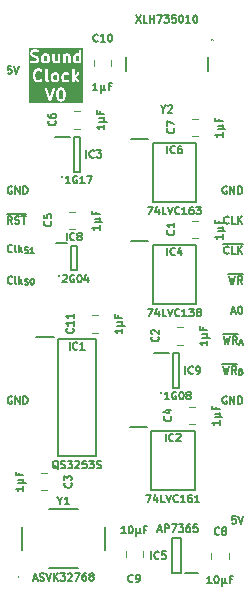
<source format=gto>
%TF.GenerationSoftware,KiCad,Pcbnew,8.0.7*%
%TF.CreationDate,2025-01-03T11:18:39+02:00*%
%TF.ProjectId,Sound Clock,536f756e-6420-4436-9c6f-636b2e6b6963,V0*%
%TF.SameCoordinates,Original*%
%TF.FileFunction,Legend,Top*%
%TF.FilePolarity,Positive*%
%FSLAX46Y46*%
G04 Gerber Fmt 4.6, Leading zero omitted, Abs format (unit mm)*
G04 Created by KiCad (PCBNEW 8.0.7) date 2025-01-03 11:18:39*
%MOMM*%
%LPD*%
G01*
G04 APERTURE LIST*
%ADD10C,0.150000*%
%ADD11C,0.200000*%
%ADD12C,0.100000*%
%ADD13C,0.120000*%
G04 APERTURE END LIST*
D10*
X1822255Y349036D02*
X1519874Y349036D01*
X1519874Y349036D02*
X1489636Y46655D01*
X1489636Y46655D02*
X1519874Y76894D01*
X1519874Y76894D02*
X1580350Y107132D01*
X1580350Y107132D02*
X1731541Y107132D01*
X1731541Y107132D02*
X1792017Y76894D01*
X1792017Y76894D02*
X1822255Y46655D01*
X1822255Y46655D02*
X1852493Y-13820D01*
X1852493Y-13820D02*
X1852493Y-165010D01*
X1852493Y-165010D02*
X1822255Y-225486D01*
X1822255Y-225486D02*
X1792017Y-255725D01*
X1792017Y-255725D02*
X1731541Y-285963D01*
X1731541Y-285963D02*
X1580350Y-285963D01*
X1580350Y-285963D02*
X1519874Y-255725D01*
X1519874Y-255725D02*
X1489636Y-225486D01*
X2033922Y349036D02*
X2245588Y-285963D01*
X2245588Y-285963D02*
X2457255Y349036D01*
X20795839Y-37750963D02*
X20493458Y-37750963D01*
X20493458Y-37750963D02*
X20463220Y-38053344D01*
X20463220Y-38053344D02*
X20493458Y-38023105D01*
X20493458Y-38023105D02*
X20553934Y-37992867D01*
X20553934Y-37992867D02*
X20705125Y-37992867D01*
X20705125Y-37992867D02*
X20765601Y-38023105D01*
X20765601Y-38023105D02*
X20795839Y-38053344D01*
X20795839Y-38053344D02*
X20826077Y-38113820D01*
X20826077Y-38113820D02*
X20826077Y-38265010D01*
X20826077Y-38265010D02*
X20795839Y-38325486D01*
X20795839Y-38325486D02*
X20765601Y-38355725D01*
X20765601Y-38355725D02*
X20705125Y-38385963D01*
X20705125Y-38385963D02*
X20553934Y-38385963D01*
X20553934Y-38385963D02*
X20493458Y-38355725D01*
X20493458Y-38355725D02*
X20463220Y-38325486D01*
X21007506Y-37750963D02*
X21219172Y-38385963D01*
X21219172Y-38385963D02*
X21430839Y-37750963D01*
X19713316Y-25050963D02*
X19864506Y-25685963D01*
X19864506Y-25685963D02*
X19985459Y-25232391D01*
X19985459Y-25232391D02*
X20106411Y-25685963D01*
X20106411Y-25685963D02*
X20257602Y-25050963D01*
X20862363Y-25685963D02*
X20650696Y-25383582D01*
X20499506Y-25685963D02*
X20499506Y-25050963D01*
X20499506Y-25050963D02*
X20741411Y-25050963D01*
X20741411Y-25050963D02*
X20801887Y-25081201D01*
X20801887Y-25081201D02*
X20832125Y-25111439D01*
X20832125Y-25111439D02*
X20862363Y-25171915D01*
X20862363Y-25171915D02*
X20862363Y-25262629D01*
X20862363Y-25262629D02*
X20832125Y-25323105D01*
X20832125Y-25323105D02*
X20801887Y-25353344D01*
X20801887Y-25353344D02*
X20741411Y-25383582D01*
X20741411Y-25383582D02*
X20499506Y-25383582D01*
X19686102Y-24874675D02*
X20919816Y-24874675D01*
X21273601Y-25490020D02*
X21346173Y-25514210D01*
X21346173Y-25514210D02*
X21370363Y-25538401D01*
X21370363Y-25538401D02*
X21394554Y-25586782D01*
X21394554Y-25586782D02*
X21394554Y-25659353D01*
X21394554Y-25659353D02*
X21370363Y-25707734D01*
X21370363Y-25707734D02*
X21346173Y-25731925D01*
X21346173Y-25731925D02*
X21297792Y-25756115D01*
X21297792Y-25756115D02*
X21104268Y-25756115D01*
X21104268Y-25756115D02*
X21104268Y-25248115D01*
X21104268Y-25248115D02*
X21273601Y-25248115D01*
X21273601Y-25248115D02*
X21321982Y-25272305D01*
X21321982Y-25272305D02*
X21346173Y-25296496D01*
X21346173Y-25296496D02*
X21370363Y-25344877D01*
X21370363Y-25344877D02*
X21370363Y-25393258D01*
X21370363Y-25393258D02*
X21346173Y-25441639D01*
X21346173Y-25441639D02*
X21321982Y-25465829D01*
X21321982Y-25465829D02*
X21273601Y-25490020D01*
X21273601Y-25490020D02*
X21104268Y-25490020D01*
X20039887Y-9841201D02*
X19979411Y-9810963D01*
X19979411Y-9810963D02*
X19888697Y-9810963D01*
X19888697Y-9810963D02*
X19797982Y-9841201D01*
X19797982Y-9841201D02*
X19737506Y-9901677D01*
X19737506Y-9901677D02*
X19707268Y-9962153D01*
X19707268Y-9962153D02*
X19677030Y-10083105D01*
X19677030Y-10083105D02*
X19677030Y-10173820D01*
X19677030Y-10173820D02*
X19707268Y-10294772D01*
X19707268Y-10294772D02*
X19737506Y-10355248D01*
X19737506Y-10355248D02*
X19797982Y-10415725D01*
X19797982Y-10415725D02*
X19888697Y-10445963D01*
X19888697Y-10445963D02*
X19949173Y-10445963D01*
X19949173Y-10445963D02*
X20039887Y-10415725D01*
X20039887Y-10415725D02*
X20070125Y-10385486D01*
X20070125Y-10385486D02*
X20070125Y-10173820D01*
X20070125Y-10173820D02*
X19949173Y-10173820D01*
X20342268Y-10445963D02*
X20342268Y-9810963D01*
X20342268Y-9810963D02*
X20705125Y-10445963D01*
X20705125Y-10445963D02*
X20705125Y-9810963D01*
X21007506Y-10445963D02*
X21007506Y-9810963D01*
X21007506Y-9810963D02*
X21158696Y-9810963D01*
X21158696Y-9810963D02*
X21249411Y-9841201D01*
X21249411Y-9841201D02*
X21309887Y-9901677D01*
X21309887Y-9901677D02*
X21340125Y-9962153D01*
X21340125Y-9962153D02*
X21370363Y-10083105D01*
X21370363Y-10083105D02*
X21370363Y-10173820D01*
X21370363Y-10173820D02*
X21340125Y-10294772D01*
X21340125Y-10294772D02*
X21309887Y-10355248D01*
X21309887Y-10355248D02*
X21249411Y-10415725D01*
X21249411Y-10415725D02*
X21158696Y-10445963D01*
X21158696Y-10445963D02*
X21007506Y-10445963D01*
X1852493Y-27621201D02*
X1792017Y-27590963D01*
X1792017Y-27590963D02*
X1701303Y-27590963D01*
X1701303Y-27590963D02*
X1610588Y-27621201D01*
X1610588Y-27621201D02*
X1550112Y-27681677D01*
X1550112Y-27681677D02*
X1519874Y-27742153D01*
X1519874Y-27742153D02*
X1489636Y-27863105D01*
X1489636Y-27863105D02*
X1489636Y-27953820D01*
X1489636Y-27953820D02*
X1519874Y-28074772D01*
X1519874Y-28074772D02*
X1550112Y-28135248D01*
X1550112Y-28135248D02*
X1610588Y-28195725D01*
X1610588Y-28195725D02*
X1701303Y-28225963D01*
X1701303Y-28225963D02*
X1761779Y-28225963D01*
X1761779Y-28225963D02*
X1852493Y-28195725D01*
X1852493Y-28195725D02*
X1882731Y-28165486D01*
X1882731Y-28165486D02*
X1882731Y-27953820D01*
X1882731Y-27953820D02*
X1761779Y-27953820D01*
X2154874Y-28225963D02*
X2154874Y-27590963D01*
X2154874Y-27590963D02*
X2517731Y-28225963D01*
X2517731Y-28225963D02*
X2517731Y-27590963D01*
X2820112Y-28225963D02*
X2820112Y-27590963D01*
X2820112Y-27590963D02*
X2971302Y-27590963D01*
X2971302Y-27590963D02*
X3062017Y-27621201D01*
X3062017Y-27621201D02*
X3122493Y-27681677D01*
X3122493Y-27681677D02*
X3152731Y-27742153D01*
X3152731Y-27742153D02*
X3182969Y-27863105D01*
X3182969Y-27863105D02*
X3182969Y-27953820D01*
X3182969Y-27953820D02*
X3152731Y-28074772D01*
X3152731Y-28074772D02*
X3122493Y-28135248D01*
X3122493Y-28135248D02*
X3062017Y-28195725D01*
X3062017Y-28195725D02*
X2971302Y-28225963D01*
X2971302Y-28225963D02*
X2820112Y-28225963D01*
X1882731Y-18005486D02*
X1852493Y-18035725D01*
X1852493Y-18035725D02*
X1761779Y-18065963D01*
X1761779Y-18065963D02*
X1701303Y-18065963D01*
X1701303Y-18065963D02*
X1610588Y-18035725D01*
X1610588Y-18035725D02*
X1550112Y-17975248D01*
X1550112Y-17975248D02*
X1519874Y-17914772D01*
X1519874Y-17914772D02*
X1489636Y-17793820D01*
X1489636Y-17793820D02*
X1489636Y-17703105D01*
X1489636Y-17703105D02*
X1519874Y-17582153D01*
X1519874Y-17582153D02*
X1550112Y-17521677D01*
X1550112Y-17521677D02*
X1610588Y-17461201D01*
X1610588Y-17461201D02*
X1701303Y-17430963D01*
X1701303Y-17430963D02*
X1761779Y-17430963D01*
X1761779Y-17430963D02*
X1852493Y-17461201D01*
X1852493Y-17461201D02*
X1882731Y-17491439D01*
X2245588Y-18065963D02*
X2185112Y-18035725D01*
X2185112Y-18035725D02*
X2154874Y-17975248D01*
X2154874Y-17975248D02*
X2154874Y-17430963D01*
X2487493Y-18065963D02*
X2487493Y-17430963D01*
X2547969Y-17824058D02*
X2729398Y-18065963D01*
X2729398Y-17642629D02*
X2487493Y-17884534D01*
X2947112Y-18111925D02*
X3019684Y-18136115D01*
X3019684Y-18136115D02*
X3140636Y-18136115D01*
X3140636Y-18136115D02*
X3189017Y-18111925D01*
X3189017Y-18111925D02*
X3213208Y-18087734D01*
X3213208Y-18087734D02*
X3237398Y-18039353D01*
X3237398Y-18039353D02*
X3237398Y-17990972D01*
X3237398Y-17990972D02*
X3213208Y-17942591D01*
X3213208Y-17942591D02*
X3189017Y-17918401D01*
X3189017Y-17918401D02*
X3140636Y-17894210D01*
X3140636Y-17894210D02*
X3043874Y-17870020D01*
X3043874Y-17870020D02*
X2995493Y-17845829D01*
X2995493Y-17845829D02*
X2971303Y-17821639D01*
X2971303Y-17821639D02*
X2947112Y-17773258D01*
X2947112Y-17773258D02*
X2947112Y-17724877D01*
X2947112Y-17724877D02*
X2971303Y-17676496D01*
X2971303Y-17676496D02*
X2995493Y-17652305D01*
X2995493Y-17652305D02*
X3043874Y-17628115D01*
X3043874Y-17628115D02*
X3164827Y-17628115D01*
X3164827Y-17628115D02*
X3237398Y-17652305D01*
X3551875Y-17628115D02*
X3600256Y-17628115D01*
X3600256Y-17628115D02*
X3648637Y-17652305D01*
X3648637Y-17652305D02*
X3672827Y-17676496D01*
X3672827Y-17676496D02*
X3697018Y-17724877D01*
X3697018Y-17724877D02*
X3721208Y-17821639D01*
X3721208Y-17821639D02*
X3721208Y-17942591D01*
X3721208Y-17942591D02*
X3697018Y-18039353D01*
X3697018Y-18039353D02*
X3672827Y-18087734D01*
X3672827Y-18087734D02*
X3648637Y-18111925D01*
X3648637Y-18111925D02*
X3600256Y-18136115D01*
X3600256Y-18136115D02*
X3551875Y-18136115D01*
X3551875Y-18136115D02*
X3503494Y-18111925D01*
X3503494Y-18111925D02*
X3479303Y-18087734D01*
X3479303Y-18087734D02*
X3455113Y-18039353D01*
X3455113Y-18039353D02*
X3430922Y-17942591D01*
X3430922Y-17942591D02*
X3430922Y-17821639D01*
X3430922Y-17821639D02*
X3455113Y-17724877D01*
X3455113Y-17724877D02*
X3479303Y-17676496D01*
X3479303Y-17676496D02*
X3503494Y-17652305D01*
X3503494Y-17652305D02*
X3551875Y-17628115D01*
X1882731Y-12985963D02*
X1671064Y-12683582D01*
X1519874Y-12985963D02*
X1519874Y-12350963D01*
X1519874Y-12350963D02*
X1761779Y-12350963D01*
X1761779Y-12350963D02*
X1822255Y-12381201D01*
X1822255Y-12381201D02*
X1852493Y-12411439D01*
X1852493Y-12411439D02*
X1882731Y-12471915D01*
X1882731Y-12471915D02*
X1882731Y-12562629D01*
X1882731Y-12562629D02*
X1852493Y-12623105D01*
X1852493Y-12623105D02*
X1822255Y-12653344D01*
X1822255Y-12653344D02*
X1761779Y-12683582D01*
X1761779Y-12683582D02*
X1519874Y-12683582D01*
X2124636Y-12955725D02*
X2215350Y-12985963D01*
X2215350Y-12985963D02*
X2366541Y-12985963D01*
X2366541Y-12985963D02*
X2427017Y-12955725D01*
X2427017Y-12955725D02*
X2457255Y-12925486D01*
X2457255Y-12925486D02*
X2487493Y-12865010D01*
X2487493Y-12865010D02*
X2487493Y-12804534D01*
X2487493Y-12804534D02*
X2457255Y-12744058D01*
X2457255Y-12744058D02*
X2427017Y-12713820D01*
X2427017Y-12713820D02*
X2366541Y-12683582D01*
X2366541Y-12683582D02*
X2245588Y-12653344D01*
X2245588Y-12653344D02*
X2185112Y-12623105D01*
X2185112Y-12623105D02*
X2154874Y-12592867D01*
X2154874Y-12592867D02*
X2124636Y-12532391D01*
X2124636Y-12532391D02*
X2124636Y-12471915D01*
X2124636Y-12471915D02*
X2154874Y-12411439D01*
X2154874Y-12411439D02*
X2185112Y-12381201D01*
X2185112Y-12381201D02*
X2245588Y-12350963D01*
X2245588Y-12350963D02*
X2396779Y-12350963D01*
X2396779Y-12350963D02*
X2487493Y-12381201D01*
X2668922Y-12350963D02*
X3031779Y-12350963D01*
X2850350Y-12985963D02*
X2850350Y-12350963D01*
X1432184Y-12174675D02*
X3028756Y-12174675D01*
X20221315Y-15465486D02*
X20191077Y-15495725D01*
X20191077Y-15495725D02*
X20100363Y-15525963D01*
X20100363Y-15525963D02*
X20039887Y-15525963D01*
X20039887Y-15525963D02*
X19949172Y-15495725D01*
X19949172Y-15495725D02*
X19888696Y-15435248D01*
X19888696Y-15435248D02*
X19858458Y-15374772D01*
X19858458Y-15374772D02*
X19828220Y-15253820D01*
X19828220Y-15253820D02*
X19828220Y-15163105D01*
X19828220Y-15163105D02*
X19858458Y-15042153D01*
X19858458Y-15042153D02*
X19888696Y-14981677D01*
X19888696Y-14981677D02*
X19949172Y-14921201D01*
X19949172Y-14921201D02*
X20039887Y-14890963D01*
X20039887Y-14890963D02*
X20100363Y-14890963D01*
X20100363Y-14890963D02*
X20191077Y-14921201D01*
X20191077Y-14921201D02*
X20221315Y-14951439D01*
X20795839Y-15525963D02*
X20493458Y-15525963D01*
X20493458Y-15525963D02*
X20493458Y-14890963D01*
X21007506Y-15525963D02*
X21007506Y-14890963D01*
X21370363Y-15525963D02*
X21098220Y-15163105D01*
X21370363Y-14890963D02*
X21007506Y-15253820D01*
X19770768Y-14714675D02*
X21427816Y-14714675D01*
X19785887Y-22510963D02*
X19937077Y-23145963D01*
X19937077Y-23145963D02*
X20058030Y-22692391D01*
X20058030Y-22692391D02*
X20178982Y-23145963D01*
X20178982Y-23145963D02*
X20330173Y-22510963D01*
X20934934Y-23145963D02*
X20723267Y-22843582D01*
X20572077Y-23145963D02*
X20572077Y-22510963D01*
X20572077Y-22510963D02*
X20813982Y-22510963D01*
X20813982Y-22510963D02*
X20874458Y-22541201D01*
X20874458Y-22541201D02*
X20904696Y-22571439D01*
X20904696Y-22571439D02*
X20934934Y-22631915D01*
X20934934Y-22631915D02*
X20934934Y-22722629D01*
X20934934Y-22722629D02*
X20904696Y-22783105D01*
X20904696Y-22783105D02*
X20874458Y-22813344D01*
X20874458Y-22813344D02*
X20813982Y-22843582D01*
X20813982Y-22843582D02*
X20572077Y-22843582D01*
X19758673Y-22334675D02*
X20992387Y-22334675D01*
X21152648Y-23070972D02*
X21394553Y-23070972D01*
X21104267Y-23216115D02*
X21273601Y-22708115D01*
X21273601Y-22708115D02*
X21442934Y-23216115D01*
X1882731Y-15338486D02*
X1852493Y-15368725D01*
X1852493Y-15368725D02*
X1761779Y-15398963D01*
X1761779Y-15398963D02*
X1701303Y-15398963D01*
X1701303Y-15398963D02*
X1610588Y-15368725D01*
X1610588Y-15368725D02*
X1550112Y-15308248D01*
X1550112Y-15308248D02*
X1519874Y-15247772D01*
X1519874Y-15247772D02*
X1489636Y-15126820D01*
X1489636Y-15126820D02*
X1489636Y-15036105D01*
X1489636Y-15036105D02*
X1519874Y-14915153D01*
X1519874Y-14915153D02*
X1550112Y-14854677D01*
X1550112Y-14854677D02*
X1610588Y-14794201D01*
X1610588Y-14794201D02*
X1701303Y-14763963D01*
X1701303Y-14763963D02*
X1761779Y-14763963D01*
X1761779Y-14763963D02*
X1852493Y-14794201D01*
X1852493Y-14794201D02*
X1882731Y-14824439D01*
X2245588Y-15398963D02*
X2185112Y-15368725D01*
X2185112Y-15368725D02*
X2154874Y-15308248D01*
X2154874Y-15308248D02*
X2154874Y-14763963D01*
X2487493Y-15398963D02*
X2487493Y-14763963D01*
X2547969Y-15157058D02*
X2729398Y-15398963D01*
X2729398Y-14975629D02*
X2487493Y-15217534D01*
X2947112Y-15444925D02*
X3019684Y-15469115D01*
X3019684Y-15469115D02*
X3140636Y-15469115D01*
X3140636Y-15469115D02*
X3189017Y-15444925D01*
X3189017Y-15444925D02*
X3213208Y-15420734D01*
X3213208Y-15420734D02*
X3237398Y-15372353D01*
X3237398Y-15372353D02*
X3237398Y-15323972D01*
X3237398Y-15323972D02*
X3213208Y-15275591D01*
X3213208Y-15275591D02*
X3189017Y-15251401D01*
X3189017Y-15251401D02*
X3140636Y-15227210D01*
X3140636Y-15227210D02*
X3043874Y-15203020D01*
X3043874Y-15203020D02*
X2995493Y-15178829D01*
X2995493Y-15178829D02*
X2971303Y-15154639D01*
X2971303Y-15154639D02*
X2947112Y-15106258D01*
X2947112Y-15106258D02*
X2947112Y-15057877D01*
X2947112Y-15057877D02*
X2971303Y-15009496D01*
X2971303Y-15009496D02*
X2995493Y-14985305D01*
X2995493Y-14985305D02*
X3043874Y-14961115D01*
X3043874Y-14961115D02*
X3164827Y-14961115D01*
X3164827Y-14961115D02*
X3237398Y-14985305D01*
X3721208Y-15469115D02*
X3430922Y-15469115D01*
X3576065Y-15469115D02*
X3576065Y-14961115D01*
X3576065Y-14961115D02*
X3527684Y-15033686D01*
X3527684Y-15033686D02*
X3479303Y-15082067D01*
X3479303Y-15082067D02*
X3430922Y-15106258D01*
X20221315Y-12925486D02*
X20191077Y-12955725D01*
X20191077Y-12955725D02*
X20100363Y-12985963D01*
X20100363Y-12985963D02*
X20039887Y-12985963D01*
X20039887Y-12985963D02*
X19949172Y-12955725D01*
X19949172Y-12955725D02*
X19888696Y-12895248D01*
X19888696Y-12895248D02*
X19858458Y-12834772D01*
X19858458Y-12834772D02*
X19828220Y-12713820D01*
X19828220Y-12713820D02*
X19828220Y-12623105D01*
X19828220Y-12623105D02*
X19858458Y-12502153D01*
X19858458Y-12502153D02*
X19888696Y-12441677D01*
X19888696Y-12441677D02*
X19949172Y-12381201D01*
X19949172Y-12381201D02*
X20039887Y-12350963D01*
X20039887Y-12350963D02*
X20100363Y-12350963D01*
X20100363Y-12350963D02*
X20191077Y-12381201D01*
X20191077Y-12381201D02*
X20221315Y-12411439D01*
X20795839Y-12985963D02*
X20493458Y-12985963D01*
X20493458Y-12985963D02*
X20493458Y-12350963D01*
X21007506Y-12985963D02*
X21007506Y-12350963D01*
X21370363Y-12985963D02*
X21098220Y-12623105D01*
X21370363Y-12350963D02*
X21007506Y-12713820D01*
X20221316Y-17430963D02*
X20372506Y-18065963D01*
X20372506Y-18065963D02*
X20493459Y-17612391D01*
X20493459Y-17612391D02*
X20614411Y-18065963D01*
X20614411Y-18065963D02*
X20765602Y-17430963D01*
X21370363Y-18065963D02*
X21158696Y-17763582D01*
X21007506Y-18065963D02*
X21007506Y-17430963D01*
X21007506Y-17430963D02*
X21249411Y-17430963D01*
X21249411Y-17430963D02*
X21309887Y-17461201D01*
X21309887Y-17461201D02*
X21340125Y-17491439D01*
X21340125Y-17491439D02*
X21370363Y-17551915D01*
X21370363Y-17551915D02*
X21370363Y-17642629D01*
X21370363Y-17642629D02*
X21340125Y-17703105D01*
X21340125Y-17703105D02*
X21309887Y-17733344D01*
X21309887Y-17733344D02*
X21249411Y-17763582D01*
X21249411Y-17763582D02*
X21007506Y-17763582D01*
X20194102Y-17254675D02*
X21427816Y-17254675D01*
D11*
G36*
X6100192Y-1664024D02*
G01*
X6124861Y-1688692D01*
X6160314Y-1759599D01*
X6202285Y-1927480D01*
X6202285Y-2140956D01*
X6160314Y-2308837D01*
X6124861Y-2379743D01*
X6100192Y-2404413D01*
X6040583Y-2434219D01*
X5992559Y-2434219D01*
X5932949Y-2404414D01*
X5908282Y-2379746D01*
X5872827Y-2308837D01*
X5830857Y-2140956D01*
X5830857Y-1927481D01*
X5872827Y-1759599D01*
X5908281Y-1688692D01*
X5932949Y-1664023D01*
X5992559Y-1634219D01*
X6040583Y-1634219D01*
X6100192Y-1664024D01*
G37*
G36*
X5624002Y-387413D02*
G01*
X5648671Y-412081D01*
X5678476Y-471691D01*
X5678476Y-710191D01*
X5648671Y-769799D01*
X5624002Y-794469D01*
X5564393Y-824275D01*
X5468750Y-824275D01*
X5409140Y-794470D01*
X5384473Y-769802D01*
X5354667Y-710190D01*
X5354667Y-471691D01*
X5384472Y-412081D01*
X5409140Y-387412D01*
X5468750Y-357608D01*
X5564393Y-357608D01*
X5624002Y-387413D01*
G37*
G36*
X4814478Y1222529D02*
G01*
X4839147Y1197861D01*
X4868952Y1138252D01*
X4868952Y899752D01*
X4839147Y840142D01*
X4814476Y815471D01*
X4754870Y785668D01*
X4659225Y785668D01*
X4599617Y815472D01*
X4574948Y840142D01*
X4545143Y899752D01*
X4545143Y1138251D01*
X4574948Y1197861D01*
X4599616Y1222530D01*
X4659226Y1252335D01*
X4754869Y1252335D01*
X4814478Y1222529D01*
G37*
G36*
X7535619Y1242912D02*
G01*
X7535619Y795090D01*
X7516775Y785668D01*
X7373511Y785668D01*
X7313903Y815472D01*
X7289234Y840142D01*
X7259429Y899752D01*
X7259429Y1138251D01*
X7289234Y1197861D01*
X7313902Y1222530D01*
X7373512Y1252335D01*
X7516774Y1252335D01*
X7535619Y1242912D01*
G37*
G36*
X7846730Y-2745330D02*
G01*
X3281651Y-2745330D01*
X3281651Y-1546726D01*
X4679261Y-1546726D01*
X4683608Y-1565842D01*
X5016941Y-2565841D01*
X5024932Y-2583742D01*
X5029615Y-2589141D01*
X5032810Y-2595531D01*
X5042281Y-2603746D01*
X5050497Y-2613218D01*
X5056885Y-2616412D01*
X5062286Y-2621096D01*
X5074187Y-2625063D01*
X5085396Y-2630667D01*
X5092520Y-2631173D01*
X5099302Y-2633434D01*
X5111811Y-2632544D01*
X5124316Y-2633434D01*
X5131094Y-2631174D01*
X5138222Y-2630668D01*
X5149438Y-2625059D01*
X5161332Y-2621095D01*
X5166729Y-2616414D01*
X5173121Y-2613218D01*
X5181339Y-2603742D01*
X5190808Y-2595530D01*
X5194001Y-2589143D01*
X5198686Y-2583742D01*
X5206677Y-2565842D01*
X5423567Y-1915171D01*
X5630857Y-1915171D01*
X5630857Y-2153266D01*
X5631192Y-2156668D01*
X5630975Y-2158127D01*
X5632054Y-2165424D01*
X5632778Y-2172775D01*
X5633342Y-2174138D01*
X5633843Y-2177520D01*
X5681462Y-2367995D01*
X5681975Y-2369432D01*
X5682027Y-2370155D01*
X5685135Y-2378279D01*
X5688057Y-2386456D01*
X5688487Y-2387036D01*
X5689033Y-2388463D01*
X5736652Y-2483701D01*
X5741935Y-2492093D01*
X5742947Y-2494537D01*
X5745203Y-2497286D01*
X5747095Y-2500291D01*
X5749089Y-2502020D01*
X5755384Y-2509690D01*
X5803002Y-2557310D01*
X5810670Y-2563603D01*
X5812402Y-2565600D01*
X5815410Y-2567493D01*
X5818156Y-2569747D01*
X5820596Y-2570757D01*
X5828993Y-2576043D01*
X5924230Y-2623662D01*
X5942539Y-2630668D01*
X5946122Y-2630922D01*
X5949443Y-2632298D01*
X5968952Y-2634219D01*
X6064190Y-2634219D01*
X6083699Y-2632298D01*
X6087019Y-2630922D01*
X6090603Y-2630668D01*
X6108911Y-2623662D01*
X6204149Y-2576043D01*
X6212544Y-2570758D01*
X6214986Y-2569747D01*
X6217733Y-2567491D01*
X6220739Y-2565600D01*
X6222469Y-2563605D01*
X6230139Y-2557310D01*
X6277758Y-2509690D01*
X6284050Y-2502023D01*
X6286047Y-2500292D01*
X6287940Y-2497284D01*
X6290195Y-2494537D01*
X6291206Y-2492095D01*
X6296490Y-2483701D01*
X6344109Y-2388464D01*
X6344655Y-2387035D01*
X6345085Y-2386456D01*
X6348006Y-2378279D01*
X6351115Y-2370155D01*
X6351166Y-2369434D01*
X6351680Y-2367996D01*
X6399299Y-2177520D01*
X6399799Y-2174138D01*
X6400364Y-2172775D01*
X6401087Y-2165424D01*
X6402167Y-2158127D01*
X6401949Y-2156668D01*
X6402285Y-2153266D01*
X6402285Y-1915171D01*
X6401949Y-1911768D01*
X6402167Y-1910310D01*
X6401087Y-1903012D01*
X6400364Y-1895662D01*
X6399799Y-1894298D01*
X6399299Y-1890917D01*
X6351680Y-1700441D01*
X6351166Y-1699002D01*
X6351115Y-1698282D01*
X6348006Y-1690157D01*
X6345085Y-1681981D01*
X6344655Y-1681401D01*
X6344109Y-1679973D01*
X6296490Y-1584736D01*
X6291204Y-1576339D01*
X6290194Y-1573899D01*
X6287940Y-1571153D01*
X6286047Y-1568145D01*
X6284049Y-1566412D01*
X6277757Y-1558746D01*
X6230139Y-1511127D01*
X6222468Y-1504832D01*
X6220739Y-1502838D01*
X6217731Y-1500944D01*
X6214985Y-1498691D01*
X6212545Y-1497680D01*
X6204149Y-1492395D01*
X6108911Y-1444776D01*
X6090603Y-1437770D01*
X6087019Y-1437515D01*
X6083699Y-1436140D01*
X6064190Y-1434219D01*
X5968952Y-1434219D01*
X5949443Y-1436140D01*
X5946122Y-1437515D01*
X5942539Y-1437770D01*
X5924230Y-1444776D01*
X5828993Y-1492395D01*
X5820596Y-1497680D01*
X5818156Y-1498691D01*
X5815410Y-1500944D01*
X5812402Y-1502838D01*
X5810669Y-1504835D01*
X5803003Y-1511128D01*
X5755384Y-1558746D01*
X5749089Y-1566416D01*
X5747095Y-1568146D01*
X5745201Y-1571153D01*
X5742948Y-1573900D01*
X5741937Y-1576339D01*
X5736652Y-1584736D01*
X5689033Y-1679974D01*
X5688487Y-1681400D01*
X5688057Y-1681981D01*
X5685135Y-1690157D01*
X5682027Y-1698282D01*
X5681975Y-1699004D01*
X5681462Y-1700442D01*
X5633843Y-1890917D01*
X5633342Y-1894298D01*
X5632778Y-1895662D01*
X5632054Y-1903012D01*
X5630975Y-1910310D01*
X5631192Y-1911768D01*
X5630857Y-1915171D01*
X5423567Y-1915171D01*
X5540010Y-1565842D01*
X5544357Y-1546727D01*
X5541591Y-1507807D01*
X5524141Y-1472908D01*
X5494665Y-1447343D01*
X5457649Y-1435004D01*
X5418729Y-1437771D01*
X5383830Y-1455220D01*
X5358265Y-1484696D01*
X5350274Y-1502597D01*
X5111809Y-2217991D01*
X4873344Y-1502596D01*
X4865353Y-1484696D01*
X4839788Y-1455220D01*
X4804889Y-1437770D01*
X4765969Y-1435004D01*
X4728953Y-1447342D01*
X4699477Y-1472907D01*
X4682027Y-1507806D01*
X4679261Y-1546726D01*
X3281651Y-1546726D01*
X3281651Y-352846D01*
X3630857Y-352846D01*
X3630857Y-495703D01*
X3631192Y-499105D01*
X3630975Y-500564D01*
X3632054Y-507861D01*
X3632778Y-515212D01*
X3633342Y-516575D01*
X3633843Y-519957D01*
X3681462Y-710432D01*
X3681975Y-711869D01*
X3682027Y-712592D01*
X3685135Y-720716D01*
X3688057Y-728893D01*
X3688487Y-729473D01*
X3689033Y-730900D01*
X3736652Y-826138D01*
X3741934Y-834530D01*
X3742947Y-836974D01*
X3745203Y-839723D01*
X3747095Y-842728D01*
X3749089Y-844457D01*
X3755384Y-852127D01*
X3850622Y-947367D01*
X3865775Y-959803D01*
X3869094Y-961178D01*
X3871810Y-963533D01*
X3889710Y-971524D01*
X4032567Y-1019143D01*
X4042239Y-1021342D01*
X4044681Y-1022354D01*
X4048218Y-1022702D01*
X4051682Y-1023490D01*
X4054316Y-1023302D01*
X4064190Y-1024275D01*
X4159428Y-1024275D01*
X4169301Y-1023302D01*
X4171935Y-1023490D01*
X4175398Y-1022702D01*
X4178937Y-1022354D01*
X4181379Y-1021342D01*
X4191051Y-1019143D01*
X4333907Y-971524D01*
X4351808Y-963533D01*
X4354523Y-961178D01*
X4357843Y-959803D01*
X4372996Y-947366D01*
X4420615Y-899746D01*
X4433052Y-884593D01*
X4447983Y-848544D01*
X4447982Y-809526D01*
X4433051Y-773478D01*
X4405460Y-745888D01*
X4369412Y-730957D01*
X4330394Y-730958D01*
X4294346Y-745889D01*
X4279192Y-758326D01*
X4248265Y-789253D01*
X4143201Y-824275D01*
X4080416Y-824275D01*
X3975351Y-789253D01*
X3908281Y-722183D01*
X3872827Y-651274D01*
X3830857Y-483393D01*
X3830857Y-365156D01*
X3872827Y-197274D01*
X3908281Y-126366D01*
X3975350Y-59298D01*
X4080416Y-24276D01*
X4143201Y-24276D01*
X4248267Y-59298D01*
X4279194Y-90225D01*
X4294348Y-102661D01*
X4330396Y-117592D01*
X4369414Y-117592D01*
X4405462Y-102660D01*
X4433052Y-75070D01*
X4447983Y-39021D01*
X4447983Y-3D01*
X4433051Y36045D01*
X4420614Y51198D01*
X4396087Y75724D01*
X4678476Y75724D01*
X4678476Y-781417D01*
X4680397Y-800926D01*
X4681772Y-804246D01*
X4682027Y-807829D01*
X4689033Y-826138D01*
X4736652Y-921377D01*
X4738705Y-924640D01*
X4739219Y-926179D01*
X4740881Y-928095D01*
X4747095Y-937967D01*
X4756566Y-946181D01*
X4764783Y-955656D01*
X4774653Y-961868D01*
X4776571Y-963532D01*
X4778111Y-964045D01*
X4781374Y-966099D01*
X4876611Y-1013718D01*
X4894920Y-1020724D01*
X4933840Y-1023490D01*
X4970856Y-1011151D01*
X5000333Y-985586D01*
X5017782Y-950688D01*
X5020547Y-911768D01*
X5008209Y-874752D01*
X4982644Y-845275D01*
X4966054Y-834832D01*
X4900630Y-802120D01*
X4878476Y-757810D01*
X4878476Y-448084D01*
X5154667Y-448084D01*
X5154667Y-733798D01*
X5156588Y-753307D01*
X5157963Y-756627D01*
X5158218Y-760211D01*
X5165224Y-778519D01*
X5212843Y-873757D01*
X5218126Y-882149D01*
X5219138Y-884593D01*
X5221394Y-887342D01*
X5223286Y-890347D01*
X5225280Y-892076D01*
X5231575Y-899746D01*
X5279193Y-947366D01*
X5286861Y-953659D01*
X5288593Y-955656D01*
X5291601Y-957549D01*
X5294347Y-959803D01*
X5296787Y-960813D01*
X5305184Y-966099D01*
X5400421Y-1013718D01*
X5418730Y-1020724D01*
X5422313Y-1020978D01*
X5425634Y-1022354D01*
X5445143Y-1024275D01*
X5588000Y-1024275D01*
X5607509Y-1022354D01*
X5610829Y-1020978D01*
X5614413Y-1020724D01*
X5632721Y-1013718D01*
X5727959Y-966099D01*
X5736354Y-960814D01*
X5738796Y-959803D01*
X5741543Y-957547D01*
X5744549Y-955656D01*
X5746279Y-953661D01*
X5753949Y-947366D01*
X5801568Y-899746D01*
X5807860Y-892079D01*
X5809857Y-890348D01*
X5811750Y-887340D01*
X5814005Y-884593D01*
X5815016Y-882151D01*
X5820300Y-873757D01*
X5867919Y-778520D01*
X5874925Y-760211D01*
X5875179Y-756627D01*
X5876555Y-753307D01*
X5878476Y-733798D01*
X5878476Y-448084D01*
X6059429Y-448084D01*
X6059429Y-733798D01*
X6061350Y-753307D01*
X6062725Y-756627D01*
X6062980Y-760211D01*
X6069986Y-778519D01*
X6117605Y-873757D01*
X6122888Y-882149D01*
X6123900Y-884593D01*
X6126156Y-887342D01*
X6128048Y-890347D01*
X6130042Y-892076D01*
X6136337Y-899746D01*
X6183955Y-947366D01*
X6191623Y-953659D01*
X6193355Y-955656D01*
X6196363Y-957549D01*
X6199109Y-959803D01*
X6201549Y-960813D01*
X6209946Y-966099D01*
X6305183Y-1013718D01*
X6323492Y-1020724D01*
X6327075Y-1020978D01*
X6330396Y-1022354D01*
X6349905Y-1024275D01*
X6540381Y-1024275D01*
X6559890Y-1022354D01*
X6563210Y-1020978D01*
X6566794Y-1020724D01*
X6585102Y-1013718D01*
X6680340Y-966099D01*
X6696930Y-955656D01*
X6722495Y-926179D01*
X6734833Y-889163D01*
X6732068Y-850243D01*
X6714619Y-815345D01*
X6685142Y-789780D01*
X6648126Y-777441D01*
X6609206Y-780207D01*
X6590897Y-787213D01*
X6516774Y-824275D01*
X6373512Y-824275D01*
X6313902Y-794470D01*
X6289235Y-769802D01*
X6259429Y-710190D01*
X6259429Y-471691D01*
X6289234Y-412081D01*
X6313902Y-387412D01*
X6373512Y-357608D01*
X6516774Y-357608D01*
X6590897Y-394670D01*
X6609206Y-401676D01*
X6648126Y-404442D01*
X6685142Y-392103D01*
X6714619Y-366538D01*
X6732068Y-331640D01*
X6734833Y-292720D01*
X6722495Y-255704D01*
X6696930Y-226227D01*
X6680340Y-215784D01*
X6585102Y-168165D01*
X6566794Y-161159D01*
X6563210Y-160904D01*
X6559890Y-159529D01*
X6540381Y-157608D01*
X6349905Y-157608D01*
X6330396Y-159529D01*
X6327075Y-160904D01*
X6323492Y-161159D01*
X6305183Y-168165D01*
X6209946Y-215784D01*
X6201549Y-221069D01*
X6199109Y-222080D01*
X6196363Y-224333D01*
X6193355Y-226227D01*
X6191622Y-228224D01*
X6183956Y-234517D01*
X6136337Y-282135D01*
X6130042Y-289805D01*
X6128048Y-291535D01*
X6126154Y-294542D01*
X6123901Y-297289D01*
X6122890Y-299728D01*
X6117605Y-308125D01*
X6069986Y-403363D01*
X6062980Y-421671D01*
X6062725Y-425254D01*
X6061350Y-428575D01*
X6059429Y-448084D01*
X5878476Y-448084D01*
X5876555Y-428575D01*
X5875179Y-425254D01*
X5874925Y-421671D01*
X5867919Y-403362D01*
X5820300Y-308125D01*
X5815014Y-299728D01*
X5814004Y-297288D01*
X5811750Y-294542D01*
X5809857Y-291534D01*
X5807859Y-289801D01*
X5801567Y-282135D01*
X5753949Y-234516D01*
X5746278Y-228221D01*
X5744549Y-226227D01*
X5741541Y-224333D01*
X5738795Y-222080D01*
X5736355Y-221069D01*
X5727959Y-215784D01*
X5632721Y-168165D01*
X5614413Y-161159D01*
X5610829Y-160904D01*
X5607509Y-159529D01*
X5588000Y-157608D01*
X5445143Y-157608D01*
X5425634Y-159529D01*
X5422313Y-160904D01*
X5418730Y-161159D01*
X5400421Y-168165D01*
X5305184Y-215784D01*
X5296787Y-221069D01*
X5294347Y-222080D01*
X5291601Y-224333D01*
X5288593Y-226227D01*
X5286860Y-228224D01*
X5279194Y-234517D01*
X5231575Y-282135D01*
X5225280Y-289805D01*
X5223286Y-291535D01*
X5221392Y-294542D01*
X5219139Y-297289D01*
X5218128Y-299728D01*
X5212843Y-308125D01*
X5165224Y-403363D01*
X5158218Y-421671D01*
X5157963Y-425254D01*
X5156588Y-428575D01*
X5154667Y-448084D01*
X4878476Y-448084D01*
X4878476Y75724D01*
X6964191Y75724D01*
X6964191Y-924275D01*
X6966112Y-943784D01*
X6981044Y-979832D01*
X7008634Y-1007422D01*
X7044682Y-1022354D01*
X7083700Y-1022354D01*
X7119748Y-1007422D01*
X7147338Y-979832D01*
X7162270Y-943784D01*
X7164191Y-924275D01*
X7164191Y-716338D01*
X7365143Y-984275D01*
X7378385Y-998730D01*
X7411960Y-1018609D01*
X7450586Y-1024127D01*
X7488383Y-1014444D01*
X7519598Y-991033D01*
X7539477Y-957459D01*
X7544995Y-918833D01*
X7535312Y-881035D01*
X7525143Y-864275D01*
X7291466Y-552705D01*
X7515853Y-328319D01*
X7528290Y-313166D01*
X7543221Y-277117D01*
X7543221Y-238099D01*
X7528290Y-202051D01*
X7500700Y-174461D01*
X7464652Y-159530D01*
X7425634Y-159530D01*
X7389585Y-174461D01*
X7374432Y-186898D01*
X7164191Y-397138D01*
X7164191Y75724D01*
X7162270Y95233D01*
X7147338Y131281D01*
X7119748Y158871D01*
X7083700Y173803D01*
X7044682Y173803D01*
X7008634Y158871D01*
X6981044Y131281D01*
X6966112Y95233D01*
X6964191Y75724D01*
X4878476Y75724D01*
X4876555Y95233D01*
X4861623Y131281D01*
X4834033Y158871D01*
X4797985Y173803D01*
X4758967Y173803D01*
X4722919Y158871D01*
X4695329Y131281D01*
X4680397Y95233D01*
X4678476Y75724D01*
X4396087Y75724D01*
X4372995Y98816D01*
X4357842Y111253D01*
X4354522Y112628D01*
X4351808Y114982D01*
X4333907Y122973D01*
X4191051Y170592D01*
X4181379Y172791D01*
X4178937Y173803D01*
X4175398Y174151D01*
X4171935Y174939D01*
X4169301Y174751D01*
X4159428Y175724D01*
X4064190Y175724D01*
X4054316Y174751D01*
X4051682Y174939D01*
X4048218Y174151D01*
X4044681Y173803D01*
X4042239Y172791D01*
X4032567Y170592D01*
X3889710Y122973D01*
X3871810Y114982D01*
X3869094Y112626D01*
X3865776Y111252D01*
X3850623Y98816D01*
X3755385Y3579D01*
X3749089Y-4090D01*
X3747095Y-5821D01*
X3745203Y-8826D01*
X3742948Y-11574D01*
X3741936Y-14015D01*
X3736652Y-22411D01*
X3689033Y-117649D01*
X3688487Y-119075D01*
X3688057Y-119656D01*
X3685135Y-127832D01*
X3682027Y-135957D01*
X3681975Y-136679D01*
X3681462Y-138117D01*
X3633843Y-328592D01*
X3633342Y-331973D01*
X3632778Y-333337D01*
X3632054Y-340687D01*
X3630975Y-347985D01*
X3631192Y-349443D01*
X3630857Y-352846D01*
X3281651Y-352846D01*
X3281651Y1495192D01*
X3392762Y1495192D01*
X3392762Y1399954D01*
X3394683Y1380445D01*
X3396058Y1377124D01*
X3396313Y1373541D01*
X3403319Y1355233D01*
X3450938Y1259995D01*
X3456223Y1251598D01*
X3457234Y1249159D01*
X3459487Y1246412D01*
X3461381Y1243405D01*
X3463375Y1241675D01*
X3469670Y1234005D01*
X3517289Y1186387D01*
X3524955Y1180094D01*
X3526688Y1178097D01*
X3529696Y1176203D01*
X3532442Y1173950D01*
X3534882Y1172939D01*
X3543279Y1167654D01*
X3638516Y1120035D01*
X3639944Y1119488D01*
X3640524Y1119059D01*
X3648700Y1116137D01*
X3656825Y1113029D01*
X3657545Y1112977D01*
X3658984Y1112464D01*
X3838809Y1067507D01*
X3909716Y1032053D01*
X3934385Y1007385D01*
X3964190Y947776D01*
X3964190Y899752D01*
X3934385Y840142D01*
X3909714Y815471D01*
X3850108Y785668D01*
X3651847Y785668D01*
X3524385Y828156D01*
X3505270Y832503D01*
X3466350Y829737D01*
X3431451Y812288D01*
X3405886Y782812D01*
X3393547Y745796D01*
X3396313Y706876D01*
X3413762Y671977D01*
X3443238Y646412D01*
X3461139Y638420D01*
X3603996Y590800D01*
X3613668Y588600D01*
X3616110Y587589D01*
X3619647Y587240D01*
X3623111Y586453D01*
X3625745Y586640D01*
X3635619Y585668D01*
X3873714Y585668D01*
X3893223Y587589D01*
X3896542Y588964D01*
X3900128Y589219D01*
X3918436Y596226D01*
X4013674Y643846D01*
X4022069Y649130D01*
X4024509Y650141D01*
X4027254Y652394D01*
X4030265Y654289D01*
X4031996Y656285D01*
X4039663Y662577D01*
X4087281Y710196D01*
X4093573Y717862D01*
X4095571Y719595D01*
X4097464Y722603D01*
X4099718Y725349D01*
X4100728Y727789D01*
X4106014Y736186D01*
X4153633Y831423D01*
X4160639Y849732D01*
X4160893Y853315D01*
X4162269Y856636D01*
X4164190Y876145D01*
X4164190Y971383D01*
X4162269Y990892D01*
X4160893Y994212D01*
X4160639Y997796D01*
X4153633Y1016105D01*
X4106014Y1111342D01*
X4100728Y1119738D01*
X4099718Y1122179D01*
X4097464Y1124924D01*
X4095571Y1127933D01*
X4093573Y1129665D01*
X4087281Y1137332D01*
X4062755Y1161859D01*
X4345143Y1161859D01*
X4345143Y876145D01*
X4347064Y856636D01*
X4348439Y853315D01*
X4348694Y849732D01*
X4355700Y831424D01*
X4403319Y736186D01*
X4408604Y727789D01*
X4409615Y725350D01*
X4411868Y722603D01*
X4413762Y719596D01*
X4415756Y717866D01*
X4422051Y710196D01*
X4469670Y662578D01*
X4477339Y656283D01*
X4479069Y654289D01*
X4482073Y652397D01*
X4484823Y650141D01*
X4487266Y649129D01*
X4495659Y643846D01*
X4590897Y596226D01*
X4609206Y589219D01*
X4612789Y588964D01*
X4616110Y587589D01*
X4635619Y585668D01*
X4778476Y585668D01*
X4797985Y587589D01*
X4801304Y588964D01*
X4804890Y589219D01*
X4823198Y596226D01*
X4918436Y643846D01*
X4926831Y649130D01*
X4929271Y650141D01*
X4932016Y652394D01*
X4935027Y654289D01*
X4936758Y656285D01*
X4944425Y662577D01*
X4992043Y710196D01*
X4998335Y717862D01*
X5000333Y719595D01*
X5002226Y722603D01*
X5004480Y725349D01*
X5005490Y727789D01*
X5010776Y736186D01*
X5058395Y831423D01*
X5065401Y849732D01*
X5065655Y853315D01*
X5067031Y856636D01*
X5068952Y876145D01*
X5068952Y1161859D01*
X5067031Y1181368D01*
X5065655Y1184688D01*
X5065401Y1188272D01*
X5058395Y1206581D01*
X5010776Y1301818D01*
X5005490Y1310214D01*
X5004480Y1312655D01*
X5002226Y1315400D01*
X5000333Y1318409D01*
X4998335Y1320141D01*
X4992043Y1327808D01*
X4967517Y1352335D01*
X5297524Y1352335D01*
X5297524Y828526D01*
X5299445Y809017D01*
X5300820Y805696D01*
X5301075Y802113D01*
X5308081Y783805D01*
X5355700Y688567D01*
X5357752Y685306D01*
X5358266Y683766D01*
X5359929Y681848D01*
X5366143Y671977D01*
X5375615Y663761D01*
X5383831Y654289D01*
X5393702Y648075D01*
X5395620Y646412D01*
X5397160Y645898D01*
X5400421Y643846D01*
X5495659Y596226D01*
X5513968Y589219D01*
X5517551Y588964D01*
X5520872Y587589D01*
X5540381Y585668D01*
X5683238Y585668D01*
X5702747Y587589D01*
X5706066Y588964D01*
X5709652Y589219D01*
X5727960Y596226D01*
X5760541Y612517D01*
X5770538Y602521D01*
X5806586Y587589D01*
X5845604Y587589D01*
X5881652Y602521D01*
X5909242Y630111D01*
X5924174Y666159D01*
X5926095Y685668D01*
X5926095Y1352335D01*
X6202286Y1352335D01*
X6202286Y685668D01*
X6204207Y666159D01*
X6219139Y630111D01*
X6246729Y602521D01*
X6282777Y587589D01*
X6321795Y587589D01*
X6357843Y602521D01*
X6385433Y630111D01*
X6400365Y666159D01*
X6402286Y685668D01*
X6402286Y1215675D01*
X6409140Y1222530D01*
X6468750Y1252335D01*
X6564393Y1252335D01*
X6608702Y1230179D01*
X6630857Y1185871D01*
X6630857Y685668D01*
X6632778Y666159D01*
X6647710Y630111D01*
X6675300Y602521D01*
X6711348Y587589D01*
X6750366Y587589D01*
X6786414Y602521D01*
X6814004Y630111D01*
X6828936Y666159D01*
X6830857Y685668D01*
X6830857Y1161859D01*
X7059429Y1161859D01*
X7059429Y876145D01*
X7061350Y856636D01*
X7062725Y853315D01*
X7062980Y849732D01*
X7069986Y831424D01*
X7117605Y736186D01*
X7122890Y727789D01*
X7123901Y725350D01*
X7126154Y722603D01*
X7128048Y719596D01*
X7130042Y717866D01*
X7136337Y710196D01*
X7183956Y662578D01*
X7191625Y656283D01*
X7193355Y654289D01*
X7196359Y652397D01*
X7199109Y650141D01*
X7201552Y649129D01*
X7209945Y643846D01*
X7305183Y596226D01*
X7323492Y589219D01*
X7327075Y588964D01*
X7330396Y587589D01*
X7349905Y585668D01*
X7540381Y585668D01*
X7559890Y587589D01*
X7563209Y588964D01*
X7566795Y589219D01*
X7585103Y596226D01*
X7589704Y598526D01*
X7616110Y587589D01*
X7655128Y587589D01*
X7691176Y602521D01*
X7718766Y630111D01*
X7733698Y666159D01*
X7735619Y685668D01*
X7735619Y1685668D01*
X7733698Y1705177D01*
X7718766Y1741225D01*
X7691176Y1768815D01*
X7655128Y1783747D01*
X7616110Y1783747D01*
X7580062Y1768815D01*
X7552472Y1741225D01*
X7537540Y1705177D01*
X7535619Y1685668D01*
X7535619Y1452335D01*
X7349905Y1452335D01*
X7330396Y1450414D01*
X7327075Y1449038D01*
X7323492Y1448784D01*
X7305183Y1441778D01*
X7209946Y1394159D01*
X7201549Y1388873D01*
X7199109Y1387863D01*
X7196363Y1385609D01*
X7193355Y1383716D01*
X7191622Y1381718D01*
X7183956Y1375426D01*
X7136337Y1327808D01*
X7130042Y1320137D01*
X7128048Y1318408D01*
X7126154Y1315400D01*
X7123901Y1312654D01*
X7122890Y1310214D01*
X7117605Y1301818D01*
X7069986Y1206580D01*
X7062980Y1188272D01*
X7062725Y1184688D01*
X7061350Y1181368D01*
X7059429Y1161859D01*
X6830857Y1161859D01*
X6830857Y1209478D01*
X6828936Y1228987D01*
X6827560Y1232307D01*
X6827306Y1235891D01*
X6820300Y1254200D01*
X6772681Y1349437D01*
X6770626Y1352700D01*
X6770114Y1354239D01*
X6768452Y1356154D01*
X6762238Y1366028D01*
X6752762Y1374245D01*
X6744549Y1383716D01*
X6734677Y1389929D01*
X6732761Y1391592D01*
X6731222Y1392105D01*
X6727959Y1394159D01*
X6632721Y1441778D01*
X6614413Y1448784D01*
X6610829Y1449038D01*
X6607509Y1450414D01*
X6588000Y1452335D01*
X6445143Y1452335D01*
X6425634Y1450414D01*
X6422313Y1449038D01*
X6418730Y1448784D01*
X6400421Y1441778D01*
X6367838Y1425486D01*
X6357843Y1435482D01*
X6321795Y1450414D01*
X6282777Y1450414D01*
X6246729Y1435482D01*
X6219139Y1407892D01*
X6204207Y1371844D01*
X6202286Y1352335D01*
X5926095Y1352335D01*
X5924174Y1371844D01*
X5909242Y1407892D01*
X5881652Y1435482D01*
X5845604Y1450414D01*
X5806586Y1450414D01*
X5770538Y1435482D01*
X5742948Y1407892D01*
X5728016Y1371844D01*
X5726095Y1352335D01*
X5726095Y822328D01*
X5719238Y815471D01*
X5659632Y785668D01*
X5563987Y785668D01*
X5519679Y807822D01*
X5497524Y852133D01*
X5497524Y1352335D01*
X5495603Y1371844D01*
X5480671Y1407892D01*
X5453081Y1435482D01*
X5417033Y1450414D01*
X5378015Y1450414D01*
X5341967Y1435482D01*
X5314377Y1407892D01*
X5299445Y1371844D01*
X5297524Y1352335D01*
X4967517Y1352335D01*
X4944425Y1375427D01*
X4936754Y1381721D01*
X4935025Y1383716D01*
X4932017Y1385609D01*
X4929271Y1387863D01*
X4926831Y1388873D01*
X4918435Y1394159D01*
X4823197Y1441778D01*
X4804889Y1448784D01*
X4801305Y1449038D01*
X4797985Y1450414D01*
X4778476Y1452335D01*
X4635619Y1452335D01*
X4616110Y1450414D01*
X4612789Y1449038D01*
X4609206Y1448784D01*
X4590897Y1441778D01*
X4495660Y1394159D01*
X4487263Y1388873D01*
X4484823Y1387863D01*
X4482077Y1385609D01*
X4479069Y1383716D01*
X4477336Y1381718D01*
X4469670Y1375426D01*
X4422051Y1327808D01*
X4415756Y1320137D01*
X4413762Y1318408D01*
X4411868Y1315400D01*
X4409615Y1312654D01*
X4408604Y1310214D01*
X4403319Y1301818D01*
X4355700Y1206580D01*
X4348694Y1188272D01*
X4348439Y1184688D01*
X4347064Y1181368D01*
X4345143Y1161859D01*
X4062755Y1161859D01*
X4039663Y1184951D01*
X4031992Y1191245D01*
X4030263Y1193240D01*
X4027255Y1195133D01*
X4024509Y1197387D01*
X4022069Y1198397D01*
X4013673Y1203683D01*
X3918435Y1251302D01*
X3917008Y1251847D01*
X3916428Y1252278D01*
X3908251Y1255199D01*
X3900127Y1258308D01*
X3899404Y1258359D01*
X3897967Y1258873D01*
X3718142Y1303829D01*
X3647235Y1339282D01*
X3622567Y1363951D01*
X3592762Y1423561D01*
X3592762Y1471584D01*
X3622567Y1531194D01*
X3647235Y1555863D01*
X3706845Y1585668D01*
X3905106Y1585668D01*
X4032567Y1543181D01*
X4051682Y1538834D01*
X4090602Y1541600D01*
X4125501Y1559050D01*
X4151066Y1588526D01*
X4163405Y1625542D01*
X4160638Y1664462D01*
X4143189Y1699361D01*
X4113713Y1724926D01*
X4095812Y1732917D01*
X3952956Y1780536D01*
X3943284Y1782735D01*
X3940842Y1783747D01*
X3937303Y1784095D01*
X3933840Y1784883D01*
X3931206Y1784695D01*
X3921333Y1785668D01*
X3683238Y1785668D01*
X3663729Y1783747D01*
X3660408Y1782371D01*
X3656825Y1782117D01*
X3638516Y1775111D01*
X3543279Y1727492D01*
X3534882Y1722206D01*
X3532442Y1721196D01*
X3529696Y1718942D01*
X3526688Y1717049D01*
X3524955Y1715051D01*
X3517289Y1708759D01*
X3469670Y1661141D01*
X3463375Y1653470D01*
X3461381Y1651741D01*
X3459487Y1648733D01*
X3457234Y1645987D01*
X3456223Y1643547D01*
X3450938Y1635151D01*
X3403319Y1539913D01*
X3396313Y1521605D01*
X3396058Y1518021D01*
X3394683Y1514701D01*
X3392762Y1495192D01*
X3281651Y1495192D01*
X3281651Y1896779D01*
X7846730Y1896779D01*
X7846730Y-2745330D01*
G37*
D10*
X20039887Y-27621201D02*
X19979411Y-27590963D01*
X19979411Y-27590963D02*
X19888697Y-27590963D01*
X19888697Y-27590963D02*
X19797982Y-27621201D01*
X19797982Y-27621201D02*
X19737506Y-27681677D01*
X19737506Y-27681677D02*
X19707268Y-27742153D01*
X19707268Y-27742153D02*
X19677030Y-27863105D01*
X19677030Y-27863105D02*
X19677030Y-27953820D01*
X19677030Y-27953820D02*
X19707268Y-28074772D01*
X19707268Y-28074772D02*
X19737506Y-28135248D01*
X19737506Y-28135248D02*
X19797982Y-28195725D01*
X19797982Y-28195725D02*
X19888697Y-28225963D01*
X19888697Y-28225963D02*
X19949173Y-28225963D01*
X19949173Y-28225963D02*
X20039887Y-28195725D01*
X20039887Y-28195725D02*
X20070125Y-28165486D01*
X20070125Y-28165486D02*
X20070125Y-27953820D01*
X20070125Y-27953820D02*
X19949173Y-27953820D01*
X20342268Y-28225963D02*
X20342268Y-27590963D01*
X20342268Y-27590963D02*
X20705125Y-28225963D01*
X20705125Y-28225963D02*
X20705125Y-27590963D01*
X21007506Y-28225963D02*
X21007506Y-27590963D01*
X21007506Y-27590963D02*
X21158696Y-27590963D01*
X21158696Y-27590963D02*
X21249411Y-27621201D01*
X21249411Y-27621201D02*
X21309887Y-27681677D01*
X21309887Y-27681677D02*
X21340125Y-27742153D01*
X21340125Y-27742153D02*
X21370363Y-27863105D01*
X21370363Y-27863105D02*
X21370363Y-27953820D01*
X21370363Y-27953820D02*
X21340125Y-28074772D01*
X21340125Y-28074772D02*
X21309887Y-28135248D01*
X21309887Y-28135248D02*
X21249411Y-28195725D01*
X21249411Y-28195725D02*
X21158696Y-28225963D01*
X21158696Y-28225963D02*
X21007506Y-28225963D01*
X20463220Y-20424534D02*
X20765601Y-20424534D01*
X20402744Y-20605963D02*
X20614410Y-19970963D01*
X20614410Y-19970963D02*
X20826077Y-20605963D01*
X21158696Y-19970963D02*
X21219173Y-19970963D01*
X21219173Y-19970963D02*
X21279649Y-20001201D01*
X21279649Y-20001201D02*
X21309887Y-20031439D01*
X21309887Y-20031439D02*
X21340125Y-20091915D01*
X21340125Y-20091915D02*
X21370363Y-20212867D01*
X21370363Y-20212867D02*
X21370363Y-20364058D01*
X21370363Y-20364058D02*
X21340125Y-20485010D01*
X21340125Y-20485010D02*
X21309887Y-20545486D01*
X21309887Y-20545486D02*
X21279649Y-20575725D01*
X21279649Y-20575725D02*
X21219173Y-20605963D01*
X21219173Y-20605963D02*
X21158696Y-20605963D01*
X21158696Y-20605963D02*
X21098220Y-20575725D01*
X21098220Y-20575725D02*
X21067982Y-20545486D01*
X21067982Y-20545486D02*
X21037744Y-20485010D01*
X21037744Y-20485010D02*
X21007506Y-20364058D01*
X21007506Y-20364058D02*
X21007506Y-20212867D01*
X21007506Y-20212867D02*
X21037744Y-20091915D01*
X21037744Y-20091915D02*
X21067982Y-20031439D01*
X21067982Y-20031439D02*
X21098220Y-20001201D01*
X21098220Y-20001201D02*
X21158696Y-19970963D01*
X1852493Y-9841201D02*
X1792017Y-9810963D01*
X1792017Y-9810963D02*
X1701303Y-9810963D01*
X1701303Y-9810963D02*
X1610588Y-9841201D01*
X1610588Y-9841201D02*
X1550112Y-9901677D01*
X1550112Y-9901677D02*
X1519874Y-9962153D01*
X1519874Y-9962153D02*
X1489636Y-10083105D01*
X1489636Y-10083105D02*
X1489636Y-10173820D01*
X1489636Y-10173820D02*
X1519874Y-10294772D01*
X1519874Y-10294772D02*
X1550112Y-10355248D01*
X1550112Y-10355248D02*
X1610588Y-10415725D01*
X1610588Y-10415725D02*
X1701303Y-10445963D01*
X1701303Y-10445963D02*
X1761779Y-10445963D01*
X1761779Y-10445963D02*
X1852493Y-10415725D01*
X1852493Y-10415725D02*
X1882731Y-10385486D01*
X1882731Y-10385486D02*
X1882731Y-10173820D01*
X1882731Y-10173820D02*
X1761779Y-10173820D01*
X2154874Y-10445963D02*
X2154874Y-9810963D01*
X2154874Y-9810963D02*
X2517731Y-10445963D01*
X2517731Y-10445963D02*
X2517731Y-9810963D01*
X2820112Y-10445963D02*
X2820112Y-9810963D01*
X2820112Y-9810963D02*
X2971302Y-9810963D01*
X2971302Y-9810963D02*
X3062017Y-9841201D01*
X3062017Y-9841201D02*
X3122493Y-9901677D01*
X3122493Y-9901677D02*
X3152731Y-9962153D01*
X3152731Y-9962153D02*
X3182969Y-10083105D01*
X3182969Y-10083105D02*
X3182969Y-10173820D01*
X3182969Y-10173820D02*
X3152731Y-10294772D01*
X3152731Y-10294772D02*
X3122493Y-10355248D01*
X3122493Y-10355248D02*
X3062017Y-10415725D01*
X3062017Y-10415725D02*
X2971302Y-10445963D01*
X2971302Y-10445963D02*
X2820112Y-10445963D01*
X14683618Y-3285582D02*
X14683618Y-3587963D01*
X14471952Y-2952963D02*
X14683618Y-3285582D01*
X14683618Y-3285582D02*
X14895285Y-2952963D01*
X15076714Y-3013439D02*
X15106952Y-2983201D01*
X15106952Y-2983201D02*
X15167428Y-2952963D01*
X15167428Y-2952963D02*
X15318619Y-2952963D01*
X15318619Y-2952963D02*
X15379095Y-2983201D01*
X15379095Y-2983201D02*
X15409333Y-3013439D01*
X15409333Y-3013439D02*
X15439571Y-3073915D01*
X15439571Y-3073915D02*
X15439571Y-3134391D01*
X15439571Y-3134391D02*
X15409333Y-3225105D01*
X15409333Y-3225105D02*
X15046476Y-3587963D01*
X15046476Y-3587963D02*
X15439571Y-3587963D01*
X12370404Y4667036D02*
X12793737Y4032036D01*
X12793737Y4667036D02*
X12370404Y4032036D01*
X13338023Y4032036D02*
X13035642Y4032036D01*
X13035642Y4032036D02*
X13035642Y4667036D01*
X13549690Y4032036D02*
X13549690Y4667036D01*
X13549690Y4364655D02*
X13912547Y4364655D01*
X13912547Y4032036D02*
X13912547Y4667036D01*
X14154452Y4667036D02*
X14577785Y4667036D01*
X14577785Y4667036D02*
X14305642Y4032036D01*
X14759214Y4667036D02*
X15152309Y4667036D01*
X15152309Y4667036D02*
X14940642Y4425132D01*
X14940642Y4425132D02*
X15031357Y4425132D01*
X15031357Y4425132D02*
X15091833Y4394894D01*
X15091833Y4394894D02*
X15122071Y4364655D01*
X15122071Y4364655D02*
X15152309Y4304179D01*
X15152309Y4304179D02*
X15152309Y4152989D01*
X15152309Y4152989D02*
X15122071Y4092513D01*
X15122071Y4092513D02*
X15091833Y4062275D01*
X15091833Y4062275D02*
X15031357Y4032036D01*
X15031357Y4032036D02*
X14849928Y4032036D01*
X14849928Y4032036D02*
X14789452Y4062275D01*
X14789452Y4062275D02*
X14759214Y4092513D01*
X15726833Y4667036D02*
X15424452Y4667036D01*
X15424452Y4667036D02*
X15394214Y4364655D01*
X15394214Y4364655D02*
X15424452Y4394894D01*
X15424452Y4394894D02*
X15484928Y4425132D01*
X15484928Y4425132D02*
X15636119Y4425132D01*
X15636119Y4425132D02*
X15696595Y4394894D01*
X15696595Y4394894D02*
X15726833Y4364655D01*
X15726833Y4364655D02*
X15757071Y4304179D01*
X15757071Y4304179D02*
X15757071Y4152989D01*
X15757071Y4152989D02*
X15726833Y4092513D01*
X15726833Y4092513D02*
X15696595Y4062275D01*
X15696595Y4062275D02*
X15636119Y4032036D01*
X15636119Y4032036D02*
X15484928Y4032036D01*
X15484928Y4032036D02*
X15424452Y4062275D01*
X15424452Y4062275D02*
X15394214Y4092513D01*
X16150166Y4667036D02*
X16210643Y4667036D01*
X16210643Y4667036D02*
X16271119Y4636798D01*
X16271119Y4636798D02*
X16301357Y4606560D01*
X16301357Y4606560D02*
X16331595Y4546084D01*
X16331595Y4546084D02*
X16361833Y4425132D01*
X16361833Y4425132D02*
X16361833Y4273941D01*
X16361833Y4273941D02*
X16331595Y4152989D01*
X16331595Y4152989D02*
X16301357Y4092513D01*
X16301357Y4092513D02*
X16271119Y4062275D01*
X16271119Y4062275D02*
X16210643Y4032036D01*
X16210643Y4032036D02*
X16150166Y4032036D01*
X16150166Y4032036D02*
X16089690Y4062275D01*
X16089690Y4062275D02*
X16059452Y4092513D01*
X16059452Y4092513D02*
X16029214Y4152989D01*
X16029214Y4152989D02*
X15998976Y4273941D01*
X15998976Y4273941D02*
X15998976Y4425132D01*
X15998976Y4425132D02*
X16029214Y4546084D01*
X16029214Y4546084D02*
X16059452Y4606560D01*
X16059452Y4606560D02*
X16089690Y4636798D01*
X16089690Y4636798D02*
X16150166Y4667036D01*
X16966595Y4032036D02*
X16603738Y4032036D01*
X16785166Y4032036D02*
X16785166Y4667036D01*
X16785166Y4667036D02*
X16724690Y4576322D01*
X16724690Y4576322D02*
X16664214Y4515846D01*
X16664214Y4515846D02*
X16603738Y4485608D01*
X17359690Y4667036D02*
X17420167Y4667036D01*
X17420167Y4667036D02*
X17480643Y4636798D01*
X17480643Y4636798D02*
X17510881Y4606560D01*
X17510881Y4606560D02*
X17541119Y4546084D01*
X17541119Y4546084D02*
X17571357Y4425132D01*
X17571357Y4425132D02*
X17571357Y4273941D01*
X17571357Y4273941D02*
X17541119Y4152989D01*
X17541119Y4152989D02*
X17510881Y4092513D01*
X17510881Y4092513D02*
X17480643Y4062275D01*
X17480643Y4062275D02*
X17420167Y4032036D01*
X17420167Y4032036D02*
X17359690Y4032036D01*
X17359690Y4032036D02*
X17299214Y4062275D01*
X17299214Y4062275D02*
X17268976Y4092513D01*
X17268976Y4092513D02*
X17238738Y4152989D01*
X17238738Y4152989D02*
X17208500Y4273941D01*
X17208500Y4273941D02*
X17208500Y4425132D01*
X17208500Y4425132D02*
X17238738Y4546084D01*
X17238738Y4546084D02*
X17268976Y4606560D01*
X17268976Y4606560D02*
X17299214Y4636798D01*
X17299214Y4636798D02*
X17359690Y4667036D01*
X6492119Y-14382963D02*
X6492119Y-13747963D01*
X7157357Y-14322486D02*
X7127119Y-14352725D01*
X7127119Y-14352725D02*
X7036405Y-14382963D01*
X7036405Y-14382963D02*
X6975929Y-14382963D01*
X6975929Y-14382963D02*
X6885214Y-14352725D01*
X6885214Y-14352725D02*
X6824738Y-14292248D01*
X6824738Y-14292248D02*
X6794500Y-14231772D01*
X6794500Y-14231772D02*
X6764262Y-14110820D01*
X6764262Y-14110820D02*
X6764262Y-14020105D01*
X6764262Y-14020105D02*
X6794500Y-13899153D01*
X6794500Y-13899153D02*
X6824738Y-13838677D01*
X6824738Y-13838677D02*
X6885214Y-13778201D01*
X6885214Y-13778201D02*
X6975929Y-13747963D01*
X6975929Y-13747963D02*
X7036405Y-13747963D01*
X7036405Y-13747963D02*
X7127119Y-13778201D01*
X7127119Y-13778201D02*
X7157357Y-13808439D01*
X7520214Y-14020105D02*
X7459738Y-13989867D01*
X7459738Y-13989867D02*
X7429500Y-13959629D01*
X7429500Y-13959629D02*
X7399262Y-13899153D01*
X7399262Y-13899153D02*
X7399262Y-13868915D01*
X7399262Y-13868915D02*
X7429500Y-13808439D01*
X7429500Y-13808439D02*
X7459738Y-13778201D01*
X7459738Y-13778201D02*
X7520214Y-13747963D01*
X7520214Y-13747963D02*
X7641167Y-13747963D01*
X7641167Y-13747963D02*
X7701643Y-13778201D01*
X7701643Y-13778201D02*
X7731881Y-13808439D01*
X7731881Y-13808439D02*
X7762119Y-13868915D01*
X7762119Y-13868915D02*
X7762119Y-13899153D01*
X7762119Y-13899153D02*
X7731881Y-13959629D01*
X7731881Y-13959629D02*
X7701643Y-13989867D01*
X7701643Y-13989867D02*
X7641167Y-14020105D01*
X7641167Y-14020105D02*
X7520214Y-14020105D01*
X7520214Y-14020105D02*
X7459738Y-14050344D01*
X7459738Y-14050344D02*
X7429500Y-14080582D01*
X7429500Y-14080582D02*
X7399262Y-14141058D01*
X7399262Y-14141058D02*
X7399262Y-14262010D01*
X7399262Y-14262010D02*
X7429500Y-14322486D01*
X7429500Y-14322486D02*
X7459738Y-14352725D01*
X7459738Y-14352725D02*
X7520214Y-14382963D01*
X7520214Y-14382963D02*
X7641167Y-14382963D01*
X7641167Y-14382963D02*
X7701643Y-14352725D01*
X7701643Y-14352725D02*
X7731881Y-14322486D01*
X7731881Y-14322486D02*
X7762119Y-14262010D01*
X7762119Y-14262010D02*
X7762119Y-14141058D01*
X7762119Y-14141058D02*
X7731881Y-14080582D01*
X7731881Y-14080582D02*
X7701643Y-14050344D01*
X7701643Y-14050344D02*
X7641167Y-14020105D01*
X5917595Y-17303963D02*
X5857119Y-17424915D01*
X6159500Y-17364439D02*
X6189738Y-17334201D01*
X6189738Y-17334201D02*
X6250214Y-17303963D01*
X6250214Y-17303963D02*
X6401405Y-17303963D01*
X6401405Y-17303963D02*
X6461881Y-17334201D01*
X6461881Y-17334201D02*
X6492119Y-17364439D01*
X6492119Y-17364439D02*
X6522357Y-17424915D01*
X6522357Y-17424915D02*
X6522357Y-17485391D01*
X6522357Y-17485391D02*
X6492119Y-17576105D01*
X6492119Y-17576105D02*
X6129262Y-17938963D01*
X6129262Y-17938963D02*
X6522357Y-17938963D01*
X7127119Y-17334201D02*
X7066643Y-17303963D01*
X7066643Y-17303963D02*
X6975929Y-17303963D01*
X6975929Y-17303963D02*
X6885214Y-17334201D01*
X6885214Y-17334201D02*
X6824738Y-17394677D01*
X6824738Y-17394677D02*
X6794500Y-17455153D01*
X6794500Y-17455153D02*
X6764262Y-17576105D01*
X6764262Y-17576105D02*
X6764262Y-17666820D01*
X6764262Y-17666820D02*
X6794500Y-17787772D01*
X6794500Y-17787772D02*
X6824738Y-17848248D01*
X6824738Y-17848248D02*
X6885214Y-17908725D01*
X6885214Y-17908725D02*
X6975929Y-17938963D01*
X6975929Y-17938963D02*
X7036405Y-17938963D01*
X7036405Y-17938963D02*
X7127119Y-17908725D01*
X7127119Y-17908725D02*
X7157357Y-17878486D01*
X7157357Y-17878486D02*
X7157357Y-17666820D01*
X7157357Y-17666820D02*
X7036405Y-17666820D01*
X7550452Y-17303963D02*
X7610929Y-17303963D01*
X7610929Y-17303963D02*
X7671405Y-17334201D01*
X7671405Y-17334201D02*
X7701643Y-17364439D01*
X7701643Y-17364439D02*
X7731881Y-17424915D01*
X7731881Y-17424915D02*
X7762119Y-17545867D01*
X7762119Y-17545867D02*
X7762119Y-17697058D01*
X7762119Y-17697058D02*
X7731881Y-17818010D01*
X7731881Y-17818010D02*
X7701643Y-17878486D01*
X7701643Y-17878486D02*
X7671405Y-17908725D01*
X7671405Y-17908725D02*
X7610929Y-17938963D01*
X7610929Y-17938963D02*
X7550452Y-17938963D01*
X7550452Y-17938963D02*
X7489976Y-17908725D01*
X7489976Y-17908725D02*
X7459738Y-17878486D01*
X7459738Y-17878486D02*
X7429500Y-17818010D01*
X7429500Y-17818010D02*
X7399262Y-17697058D01*
X7399262Y-17697058D02*
X7399262Y-17545867D01*
X7399262Y-17545867D02*
X7429500Y-17424915D01*
X7429500Y-17424915D02*
X7459738Y-17364439D01*
X7459738Y-17364439D02*
X7489976Y-17334201D01*
X7489976Y-17334201D02*
X7550452Y-17303963D01*
X8306405Y-17515629D02*
X8306405Y-17938963D01*
X8155214Y-17273725D02*
X8004024Y-17727296D01*
X8004024Y-17727296D02*
X8397119Y-17727296D01*
X15001119Y-15652963D02*
X15001119Y-15017963D01*
X15666357Y-15592486D02*
X15636119Y-15622725D01*
X15636119Y-15622725D02*
X15545405Y-15652963D01*
X15545405Y-15652963D02*
X15484929Y-15652963D01*
X15484929Y-15652963D02*
X15394214Y-15622725D01*
X15394214Y-15622725D02*
X15333738Y-15562248D01*
X15333738Y-15562248D02*
X15303500Y-15501772D01*
X15303500Y-15501772D02*
X15273262Y-15380820D01*
X15273262Y-15380820D02*
X15273262Y-15290105D01*
X15273262Y-15290105D02*
X15303500Y-15169153D01*
X15303500Y-15169153D02*
X15333738Y-15108677D01*
X15333738Y-15108677D02*
X15394214Y-15048201D01*
X15394214Y-15048201D02*
X15484929Y-15017963D01*
X15484929Y-15017963D02*
X15545405Y-15017963D01*
X15545405Y-15017963D02*
X15636119Y-15048201D01*
X15636119Y-15048201D02*
X15666357Y-15078439D01*
X16210643Y-15229629D02*
X16210643Y-15652963D01*
X16059452Y-14987725D02*
X15908262Y-15441296D01*
X15908262Y-15441296D02*
X16301357Y-15441296D01*
X13353142Y-20172963D02*
X13776475Y-20172963D01*
X13776475Y-20172963D02*
X13504332Y-20807963D01*
X14290523Y-20384629D02*
X14290523Y-20807963D01*
X14139332Y-20142725D02*
X13988142Y-20596296D01*
X13988142Y-20596296D02*
X14381237Y-20596296D01*
X14925523Y-20807963D02*
X14623142Y-20807963D01*
X14623142Y-20807963D02*
X14623142Y-20172963D01*
X15046476Y-20172963D02*
X15258142Y-20807963D01*
X15258142Y-20807963D02*
X15469809Y-20172963D01*
X16044333Y-20747486D02*
X16014095Y-20777725D01*
X16014095Y-20777725D02*
X15923381Y-20807963D01*
X15923381Y-20807963D02*
X15862905Y-20807963D01*
X15862905Y-20807963D02*
X15772190Y-20777725D01*
X15772190Y-20777725D02*
X15711714Y-20717248D01*
X15711714Y-20717248D02*
X15681476Y-20656772D01*
X15681476Y-20656772D02*
X15651238Y-20535820D01*
X15651238Y-20535820D02*
X15651238Y-20445105D01*
X15651238Y-20445105D02*
X15681476Y-20324153D01*
X15681476Y-20324153D02*
X15711714Y-20263677D01*
X15711714Y-20263677D02*
X15772190Y-20203201D01*
X15772190Y-20203201D02*
X15862905Y-20172963D01*
X15862905Y-20172963D02*
X15923381Y-20172963D01*
X15923381Y-20172963D02*
X16014095Y-20203201D01*
X16014095Y-20203201D02*
X16044333Y-20233439D01*
X16649095Y-20807963D02*
X16286238Y-20807963D01*
X16467666Y-20807963D02*
X16467666Y-20172963D01*
X16467666Y-20172963D02*
X16407190Y-20263677D01*
X16407190Y-20263677D02*
X16346714Y-20324153D01*
X16346714Y-20324153D02*
X16286238Y-20354391D01*
X16860762Y-20172963D02*
X17253857Y-20172963D01*
X17253857Y-20172963D02*
X17042190Y-20414867D01*
X17042190Y-20414867D02*
X17132905Y-20414867D01*
X17132905Y-20414867D02*
X17193381Y-20445105D01*
X17193381Y-20445105D02*
X17223619Y-20475344D01*
X17223619Y-20475344D02*
X17253857Y-20535820D01*
X17253857Y-20535820D02*
X17253857Y-20687010D01*
X17253857Y-20687010D02*
X17223619Y-20747486D01*
X17223619Y-20747486D02*
X17193381Y-20777725D01*
X17193381Y-20777725D02*
X17132905Y-20807963D01*
X17132905Y-20807963D02*
X16951476Y-20807963D01*
X16951476Y-20807963D02*
X16891000Y-20777725D01*
X16891000Y-20777725D02*
X16860762Y-20747486D01*
X17616714Y-20445105D02*
X17556238Y-20414867D01*
X17556238Y-20414867D02*
X17526000Y-20384629D01*
X17526000Y-20384629D02*
X17495762Y-20324153D01*
X17495762Y-20324153D02*
X17495762Y-20293915D01*
X17495762Y-20293915D02*
X17526000Y-20233439D01*
X17526000Y-20233439D02*
X17556238Y-20203201D01*
X17556238Y-20203201D02*
X17616714Y-20172963D01*
X17616714Y-20172963D02*
X17737667Y-20172963D01*
X17737667Y-20172963D02*
X17798143Y-20203201D01*
X17798143Y-20203201D02*
X17828381Y-20233439D01*
X17828381Y-20233439D02*
X17858619Y-20293915D01*
X17858619Y-20293915D02*
X17858619Y-20324153D01*
X17858619Y-20324153D02*
X17828381Y-20384629D01*
X17828381Y-20384629D02*
X17798143Y-20414867D01*
X17798143Y-20414867D02*
X17737667Y-20445105D01*
X17737667Y-20445105D02*
X17616714Y-20445105D01*
X17616714Y-20445105D02*
X17556238Y-20475344D01*
X17556238Y-20475344D02*
X17526000Y-20505582D01*
X17526000Y-20505582D02*
X17495762Y-20566058D01*
X17495762Y-20566058D02*
X17495762Y-20687010D01*
X17495762Y-20687010D02*
X17526000Y-20747486D01*
X17526000Y-20747486D02*
X17556238Y-20777725D01*
X17556238Y-20777725D02*
X17616714Y-20807963D01*
X17616714Y-20807963D02*
X17737667Y-20807963D01*
X17737667Y-20807963D02*
X17798143Y-20777725D01*
X17798143Y-20777725D02*
X17828381Y-20747486D01*
X17828381Y-20747486D02*
X17858619Y-20687010D01*
X17858619Y-20687010D02*
X17858619Y-20566058D01*
X17858619Y-20566058D02*
X17828381Y-20505582D01*
X17828381Y-20505582D02*
X17798143Y-20475344D01*
X17798143Y-20475344D02*
X17737667Y-20445105D01*
X7040486Y-21844214D02*
X7070725Y-21874452D01*
X7070725Y-21874452D02*
X7100963Y-21965166D01*
X7100963Y-21965166D02*
X7100963Y-22025642D01*
X7100963Y-22025642D02*
X7070725Y-22116357D01*
X7070725Y-22116357D02*
X7010248Y-22176833D01*
X7010248Y-22176833D02*
X6949772Y-22207071D01*
X6949772Y-22207071D02*
X6828820Y-22237309D01*
X6828820Y-22237309D02*
X6738105Y-22237309D01*
X6738105Y-22237309D02*
X6617153Y-22207071D01*
X6617153Y-22207071D02*
X6556677Y-22176833D01*
X6556677Y-22176833D02*
X6496201Y-22116357D01*
X6496201Y-22116357D02*
X6465963Y-22025642D01*
X6465963Y-22025642D02*
X6465963Y-21965166D01*
X6465963Y-21965166D02*
X6496201Y-21874452D01*
X6496201Y-21874452D02*
X6526439Y-21844214D01*
X7100963Y-21239452D02*
X7100963Y-21602309D01*
X7100963Y-21420881D02*
X6465963Y-21420881D01*
X6465963Y-21420881D02*
X6556677Y-21481357D01*
X6556677Y-21481357D02*
X6617153Y-21541833D01*
X6617153Y-21541833D02*
X6647391Y-21602309D01*
X7100963Y-20634690D02*
X7100963Y-20997547D01*
X7100963Y-20816119D02*
X6465963Y-20816119D01*
X6465963Y-20816119D02*
X6556677Y-20876595D01*
X6556677Y-20876595D02*
X6617153Y-20937071D01*
X6617153Y-20937071D02*
X6647391Y-20997547D01*
X11207963Y-21886333D02*
X11207963Y-22249190D01*
X11207963Y-22067762D02*
X10572963Y-22067762D01*
X10572963Y-22067762D02*
X10663677Y-22128238D01*
X10663677Y-22128238D02*
X10724153Y-22188714D01*
X10724153Y-22188714D02*
X10754391Y-22249190D01*
X10784629Y-21614190D02*
X11419629Y-21614190D01*
X11117248Y-21311809D02*
X11177725Y-21281571D01*
X11177725Y-21281571D02*
X11207963Y-21221095D01*
X11117248Y-21614190D02*
X11177725Y-21583952D01*
X11177725Y-21583952D02*
X11207963Y-21523476D01*
X11207963Y-21523476D02*
X11207963Y-21402523D01*
X11207963Y-21402523D02*
X11177725Y-21342047D01*
X11177725Y-21342047D02*
X11117248Y-21311809D01*
X11117248Y-21311809D02*
X10784629Y-21311809D01*
X10875344Y-20737285D02*
X10875344Y-20948952D01*
X11207963Y-20948952D02*
X10572963Y-20948952D01*
X10572963Y-20948952D02*
X10572963Y-20646571D01*
X5135486Y-12778833D02*
X5165725Y-12809071D01*
X5165725Y-12809071D02*
X5195963Y-12899785D01*
X5195963Y-12899785D02*
X5195963Y-12960261D01*
X5195963Y-12960261D02*
X5165725Y-13050976D01*
X5165725Y-13050976D02*
X5105248Y-13111452D01*
X5105248Y-13111452D02*
X5044772Y-13141690D01*
X5044772Y-13141690D02*
X4923820Y-13171928D01*
X4923820Y-13171928D02*
X4833105Y-13171928D01*
X4833105Y-13171928D02*
X4712153Y-13141690D01*
X4712153Y-13141690D02*
X4651677Y-13111452D01*
X4651677Y-13111452D02*
X4591201Y-13050976D01*
X4591201Y-13050976D02*
X4560963Y-12960261D01*
X4560963Y-12960261D02*
X4560963Y-12899785D01*
X4560963Y-12899785D02*
X4591201Y-12809071D01*
X4591201Y-12809071D02*
X4621439Y-12778833D01*
X4560963Y-12204309D02*
X4560963Y-12506690D01*
X4560963Y-12506690D02*
X4863344Y-12536928D01*
X4863344Y-12536928D02*
X4833105Y-12506690D01*
X4833105Y-12506690D02*
X4802867Y-12446214D01*
X4802867Y-12446214D02*
X4802867Y-12295023D01*
X4802867Y-12295023D02*
X4833105Y-12234547D01*
X4833105Y-12234547D02*
X4863344Y-12204309D01*
X4863344Y-12204309D02*
X4923820Y-12174071D01*
X4923820Y-12174071D02*
X5075010Y-12174071D01*
X5075010Y-12174071D02*
X5135486Y-12204309D01*
X5135486Y-12204309D02*
X5165725Y-12234547D01*
X5165725Y-12234547D02*
X5195963Y-12295023D01*
X5195963Y-12295023D02*
X5195963Y-12446214D01*
X5195963Y-12446214D02*
X5165725Y-12506690D01*
X5165725Y-12506690D02*
X5135486Y-12536928D01*
X9302963Y-13123333D02*
X9302963Y-13486190D01*
X9302963Y-13304762D02*
X8667963Y-13304762D01*
X8667963Y-13304762D02*
X8758677Y-13365238D01*
X8758677Y-13365238D02*
X8819153Y-13425714D01*
X8819153Y-13425714D02*
X8849391Y-13486190D01*
X8879629Y-12851190D02*
X9514629Y-12851190D01*
X9212248Y-12548809D02*
X9272725Y-12518571D01*
X9272725Y-12518571D02*
X9302963Y-12458095D01*
X9212248Y-12851190D02*
X9272725Y-12820952D01*
X9272725Y-12820952D02*
X9302963Y-12760476D01*
X9302963Y-12760476D02*
X9302963Y-12639523D01*
X9302963Y-12639523D02*
X9272725Y-12579047D01*
X9272725Y-12579047D02*
X9212248Y-12548809D01*
X9212248Y-12548809D02*
X8879629Y-12548809D01*
X8970344Y-11974285D02*
X8970344Y-12185952D01*
X9302963Y-12185952D02*
X8667963Y-12185952D01*
X8667963Y-12185952D02*
X8667963Y-11883571D01*
X19407566Y-39257886D02*
X19377328Y-39288125D01*
X19377328Y-39288125D02*
X19286614Y-39318363D01*
X19286614Y-39318363D02*
X19226138Y-39318363D01*
X19226138Y-39318363D02*
X19135423Y-39288125D01*
X19135423Y-39288125D02*
X19074947Y-39227648D01*
X19074947Y-39227648D02*
X19044709Y-39167172D01*
X19044709Y-39167172D02*
X19014471Y-39046220D01*
X19014471Y-39046220D02*
X19014471Y-38955505D01*
X19014471Y-38955505D02*
X19044709Y-38834553D01*
X19044709Y-38834553D02*
X19074947Y-38774077D01*
X19074947Y-38774077D02*
X19135423Y-38713601D01*
X19135423Y-38713601D02*
X19226138Y-38683363D01*
X19226138Y-38683363D02*
X19286614Y-38683363D01*
X19286614Y-38683363D02*
X19377328Y-38713601D01*
X19377328Y-38713601D02*
X19407566Y-38743839D01*
X19770423Y-38955505D02*
X19709947Y-38925267D01*
X19709947Y-38925267D02*
X19679709Y-38895029D01*
X19679709Y-38895029D02*
X19649471Y-38834553D01*
X19649471Y-38834553D02*
X19649471Y-38804315D01*
X19649471Y-38804315D02*
X19679709Y-38743839D01*
X19679709Y-38743839D02*
X19709947Y-38713601D01*
X19709947Y-38713601D02*
X19770423Y-38683363D01*
X19770423Y-38683363D02*
X19891376Y-38683363D01*
X19891376Y-38683363D02*
X19951852Y-38713601D01*
X19951852Y-38713601D02*
X19982090Y-38743839D01*
X19982090Y-38743839D02*
X20012328Y-38804315D01*
X20012328Y-38804315D02*
X20012328Y-38834553D01*
X20012328Y-38834553D02*
X19982090Y-38895029D01*
X19982090Y-38895029D02*
X19951852Y-38925267D01*
X19951852Y-38925267D02*
X19891376Y-38955505D01*
X19891376Y-38955505D02*
X19770423Y-38955505D01*
X19770423Y-38955505D02*
X19709947Y-38985744D01*
X19709947Y-38985744D02*
X19679709Y-39015982D01*
X19679709Y-39015982D02*
X19649471Y-39076458D01*
X19649471Y-39076458D02*
X19649471Y-39197410D01*
X19649471Y-39197410D02*
X19679709Y-39257886D01*
X19679709Y-39257886D02*
X19709947Y-39288125D01*
X19709947Y-39288125D02*
X19770423Y-39318363D01*
X19770423Y-39318363D02*
X19891376Y-39318363D01*
X19891376Y-39318363D02*
X19951852Y-39288125D01*
X19951852Y-39288125D02*
X19982090Y-39257886D01*
X19982090Y-39257886D02*
X20012328Y-39197410D01*
X20012328Y-39197410D02*
X20012328Y-39076458D01*
X20012328Y-39076458D02*
X19982090Y-39015982D01*
X19982090Y-39015982D02*
X19951852Y-38985744D01*
X19951852Y-38985744D02*
X19891376Y-38955505D01*
X18760685Y-43425363D02*
X18397828Y-43425363D01*
X18579256Y-43425363D02*
X18579256Y-42790363D01*
X18579256Y-42790363D02*
X18518780Y-42881077D01*
X18518780Y-42881077D02*
X18458304Y-42941553D01*
X18458304Y-42941553D02*
X18397828Y-42971791D01*
X19153780Y-42790363D02*
X19214257Y-42790363D01*
X19214257Y-42790363D02*
X19274733Y-42820601D01*
X19274733Y-42820601D02*
X19304971Y-42850839D01*
X19304971Y-42850839D02*
X19335209Y-42911315D01*
X19335209Y-42911315D02*
X19365447Y-43032267D01*
X19365447Y-43032267D02*
X19365447Y-43183458D01*
X19365447Y-43183458D02*
X19335209Y-43304410D01*
X19335209Y-43304410D02*
X19304971Y-43364886D01*
X19304971Y-43364886D02*
X19274733Y-43395125D01*
X19274733Y-43395125D02*
X19214257Y-43425363D01*
X19214257Y-43425363D02*
X19153780Y-43425363D01*
X19153780Y-43425363D02*
X19093304Y-43395125D01*
X19093304Y-43395125D02*
X19063066Y-43364886D01*
X19063066Y-43364886D02*
X19032828Y-43304410D01*
X19032828Y-43304410D02*
X19002590Y-43183458D01*
X19002590Y-43183458D02*
X19002590Y-43032267D01*
X19002590Y-43032267D02*
X19032828Y-42911315D01*
X19032828Y-42911315D02*
X19063066Y-42850839D01*
X19063066Y-42850839D02*
X19093304Y-42820601D01*
X19093304Y-42820601D02*
X19153780Y-42790363D01*
X19637590Y-43002029D02*
X19637590Y-43637029D01*
X19939971Y-43334648D02*
X19970209Y-43395125D01*
X19970209Y-43395125D02*
X20030685Y-43425363D01*
X19637590Y-43334648D02*
X19667828Y-43395125D01*
X19667828Y-43395125D02*
X19728304Y-43425363D01*
X19728304Y-43425363D02*
X19849257Y-43425363D01*
X19849257Y-43425363D02*
X19909733Y-43395125D01*
X19909733Y-43395125D02*
X19939971Y-43334648D01*
X19939971Y-43334648D02*
X19939971Y-43002029D01*
X20514495Y-43092744D02*
X20302828Y-43092744D01*
X20302828Y-43425363D02*
X20302828Y-42790363D01*
X20302828Y-42790363D02*
X20605209Y-42790363D01*
X5920618Y-36432582D02*
X5920618Y-36734963D01*
X5708952Y-36099963D02*
X5920618Y-36432582D01*
X5920618Y-36432582D02*
X6132285Y-36099963D01*
X6676571Y-36734963D02*
X6313714Y-36734963D01*
X6495142Y-36734963D02*
X6495142Y-36099963D01*
X6495142Y-36099963D02*
X6434666Y-36190677D01*
X6434666Y-36190677D02*
X6374190Y-36251153D01*
X6374190Y-36251153D02*
X6313714Y-36281391D01*
X3667880Y-43030534D02*
X3970261Y-43030534D01*
X3607404Y-43211963D02*
X3819070Y-42576963D01*
X3819070Y-42576963D02*
X4030737Y-43211963D01*
X4212166Y-43181725D02*
X4302880Y-43211963D01*
X4302880Y-43211963D02*
X4454071Y-43211963D01*
X4454071Y-43211963D02*
X4514547Y-43181725D01*
X4514547Y-43181725D02*
X4544785Y-43151486D01*
X4544785Y-43151486D02*
X4575023Y-43091010D01*
X4575023Y-43091010D02*
X4575023Y-43030534D01*
X4575023Y-43030534D02*
X4544785Y-42970058D01*
X4544785Y-42970058D02*
X4514547Y-42939820D01*
X4514547Y-42939820D02*
X4454071Y-42909582D01*
X4454071Y-42909582D02*
X4333118Y-42879344D01*
X4333118Y-42879344D02*
X4272642Y-42849105D01*
X4272642Y-42849105D02*
X4242404Y-42818867D01*
X4242404Y-42818867D02*
X4212166Y-42758391D01*
X4212166Y-42758391D02*
X4212166Y-42697915D01*
X4212166Y-42697915D02*
X4242404Y-42637439D01*
X4242404Y-42637439D02*
X4272642Y-42607201D01*
X4272642Y-42607201D02*
X4333118Y-42576963D01*
X4333118Y-42576963D02*
X4484309Y-42576963D01*
X4484309Y-42576963D02*
X4575023Y-42607201D01*
X4756452Y-42576963D02*
X4968118Y-43211963D01*
X4968118Y-43211963D02*
X5179785Y-42576963D01*
X5391452Y-43211963D02*
X5391452Y-42576963D01*
X5754309Y-43211963D02*
X5482166Y-42849105D01*
X5754309Y-42576963D02*
X5391452Y-42939820D01*
X5965976Y-42576963D02*
X6359071Y-42576963D01*
X6359071Y-42576963D02*
X6147404Y-42818867D01*
X6147404Y-42818867D02*
X6238119Y-42818867D01*
X6238119Y-42818867D02*
X6298595Y-42849105D01*
X6298595Y-42849105D02*
X6328833Y-42879344D01*
X6328833Y-42879344D02*
X6359071Y-42939820D01*
X6359071Y-42939820D02*
X6359071Y-43091010D01*
X6359071Y-43091010D02*
X6328833Y-43151486D01*
X6328833Y-43151486D02*
X6298595Y-43181725D01*
X6298595Y-43181725D02*
X6238119Y-43211963D01*
X6238119Y-43211963D02*
X6056690Y-43211963D01*
X6056690Y-43211963D02*
X5996214Y-43181725D01*
X5996214Y-43181725D02*
X5965976Y-43151486D01*
X6600976Y-42637439D02*
X6631214Y-42607201D01*
X6631214Y-42607201D02*
X6691690Y-42576963D01*
X6691690Y-42576963D02*
X6842881Y-42576963D01*
X6842881Y-42576963D02*
X6903357Y-42607201D01*
X6903357Y-42607201D02*
X6933595Y-42637439D01*
X6933595Y-42637439D02*
X6963833Y-42697915D01*
X6963833Y-42697915D02*
X6963833Y-42758391D01*
X6963833Y-42758391D02*
X6933595Y-42849105D01*
X6933595Y-42849105D02*
X6570738Y-43211963D01*
X6570738Y-43211963D02*
X6963833Y-43211963D01*
X7175500Y-42576963D02*
X7598833Y-42576963D01*
X7598833Y-42576963D02*
X7326690Y-43211963D01*
X8112881Y-42576963D02*
X7991928Y-42576963D01*
X7991928Y-42576963D02*
X7931452Y-42607201D01*
X7931452Y-42607201D02*
X7901214Y-42637439D01*
X7901214Y-42637439D02*
X7840738Y-42728153D01*
X7840738Y-42728153D02*
X7810500Y-42849105D01*
X7810500Y-42849105D02*
X7810500Y-43091010D01*
X7810500Y-43091010D02*
X7840738Y-43151486D01*
X7840738Y-43151486D02*
X7870976Y-43181725D01*
X7870976Y-43181725D02*
X7931452Y-43211963D01*
X7931452Y-43211963D02*
X8052405Y-43211963D01*
X8052405Y-43211963D02*
X8112881Y-43181725D01*
X8112881Y-43181725D02*
X8143119Y-43151486D01*
X8143119Y-43151486D02*
X8173357Y-43091010D01*
X8173357Y-43091010D02*
X8173357Y-42939820D01*
X8173357Y-42939820D02*
X8143119Y-42879344D01*
X8143119Y-42879344D02*
X8112881Y-42849105D01*
X8112881Y-42849105D02*
X8052405Y-42818867D01*
X8052405Y-42818867D02*
X7931452Y-42818867D01*
X7931452Y-42818867D02*
X7870976Y-42849105D01*
X7870976Y-42849105D02*
X7840738Y-42879344D01*
X7840738Y-42879344D02*
X7810500Y-42939820D01*
X8536214Y-42849105D02*
X8475738Y-42818867D01*
X8475738Y-42818867D02*
X8445500Y-42788629D01*
X8445500Y-42788629D02*
X8415262Y-42728153D01*
X8415262Y-42728153D02*
X8415262Y-42697915D01*
X8415262Y-42697915D02*
X8445500Y-42637439D01*
X8445500Y-42637439D02*
X8475738Y-42607201D01*
X8475738Y-42607201D02*
X8536214Y-42576963D01*
X8536214Y-42576963D02*
X8657167Y-42576963D01*
X8657167Y-42576963D02*
X8717643Y-42607201D01*
X8717643Y-42607201D02*
X8747881Y-42637439D01*
X8747881Y-42637439D02*
X8778119Y-42697915D01*
X8778119Y-42697915D02*
X8778119Y-42728153D01*
X8778119Y-42728153D02*
X8747881Y-42788629D01*
X8747881Y-42788629D02*
X8717643Y-42818867D01*
X8717643Y-42818867D02*
X8657167Y-42849105D01*
X8657167Y-42849105D02*
X8536214Y-42849105D01*
X8536214Y-42849105D02*
X8475738Y-42879344D01*
X8475738Y-42879344D02*
X8445500Y-42909582D01*
X8445500Y-42909582D02*
X8415262Y-42970058D01*
X8415262Y-42970058D02*
X8415262Y-43091010D01*
X8415262Y-43091010D02*
X8445500Y-43151486D01*
X8445500Y-43151486D02*
X8475738Y-43181725D01*
X8475738Y-43181725D02*
X8536214Y-43211963D01*
X8536214Y-43211963D02*
X8657167Y-43211963D01*
X8657167Y-43211963D02*
X8717643Y-43181725D01*
X8717643Y-43181725D02*
X8747881Y-43151486D01*
X8747881Y-43151486D02*
X8778119Y-43091010D01*
X8778119Y-43091010D02*
X8778119Y-42970058D01*
X8778119Y-42970058D02*
X8747881Y-42909582D01*
X8747881Y-42909582D02*
X8717643Y-42879344D01*
X8717643Y-42879344D02*
X8657167Y-42849105D01*
X15295486Y-29288833D02*
X15325725Y-29319071D01*
X15325725Y-29319071D02*
X15355963Y-29409785D01*
X15355963Y-29409785D02*
X15355963Y-29470261D01*
X15355963Y-29470261D02*
X15325725Y-29560976D01*
X15325725Y-29560976D02*
X15265248Y-29621452D01*
X15265248Y-29621452D02*
X15204772Y-29651690D01*
X15204772Y-29651690D02*
X15083820Y-29681928D01*
X15083820Y-29681928D02*
X14993105Y-29681928D01*
X14993105Y-29681928D02*
X14872153Y-29651690D01*
X14872153Y-29651690D02*
X14811677Y-29621452D01*
X14811677Y-29621452D02*
X14751201Y-29560976D01*
X14751201Y-29560976D02*
X14720963Y-29470261D01*
X14720963Y-29470261D02*
X14720963Y-29409785D01*
X14720963Y-29409785D02*
X14751201Y-29319071D01*
X14751201Y-29319071D02*
X14781439Y-29288833D01*
X14932629Y-28744547D02*
X15355963Y-28744547D01*
X14690725Y-28895738D02*
X15144296Y-29046928D01*
X15144296Y-29046928D02*
X15144296Y-28653833D01*
X19462963Y-29633333D02*
X19462963Y-29996190D01*
X19462963Y-29814762D02*
X18827963Y-29814762D01*
X18827963Y-29814762D02*
X18918677Y-29875238D01*
X18918677Y-29875238D02*
X18979153Y-29935714D01*
X18979153Y-29935714D02*
X19009391Y-29996190D01*
X19039629Y-29361190D02*
X19674629Y-29361190D01*
X19372248Y-29058809D02*
X19432725Y-29028571D01*
X19432725Y-29028571D02*
X19462963Y-28968095D01*
X19372248Y-29361190D02*
X19432725Y-29330952D01*
X19432725Y-29330952D02*
X19462963Y-29270476D01*
X19462963Y-29270476D02*
X19462963Y-29149523D01*
X19462963Y-29149523D02*
X19432725Y-29089047D01*
X19432725Y-29089047D02*
X19372248Y-29058809D01*
X19372248Y-29058809D02*
X19039629Y-29058809D01*
X19130344Y-28484285D02*
X19130344Y-28695952D01*
X19462963Y-28695952D02*
X18827963Y-28695952D01*
X18827963Y-28695952D02*
X18827963Y-28393571D01*
X8143119Y-7397963D02*
X8143119Y-6762963D01*
X8808357Y-7337486D02*
X8778119Y-7367725D01*
X8778119Y-7367725D02*
X8687405Y-7397963D01*
X8687405Y-7397963D02*
X8626929Y-7397963D01*
X8626929Y-7397963D02*
X8536214Y-7367725D01*
X8536214Y-7367725D02*
X8475738Y-7307248D01*
X8475738Y-7307248D02*
X8445500Y-7246772D01*
X8445500Y-7246772D02*
X8415262Y-7125820D01*
X8415262Y-7125820D02*
X8415262Y-7035105D01*
X8415262Y-7035105D02*
X8445500Y-6914153D01*
X8445500Y-6914153D02*
X8475738Y-6853677D01*
X8475738Y-6853677D02*
X8536214Y-6793201D01*
X8536214Y-6793201D02*
X8626929Y-6762963D01*
X8626929Y-6762963D02*
X8687405Y-6762963D01*
X8687405Y-6762963D02*
X8778119Y-6793201D01*
X8778119Y-6793201D02*
X8808357Y-6823439D01*
X9020024Y-6762963D02*
X9413119Y-6762963D01*
X9413119Y-6762963D02*
X9201452Y-7004867D01*
X9201452Y-7004867D02*
X9292167Y-7004867D01*
X9292167Y-7004867D02*
X9352643Y-7035105D01*
X9352643Y-7035105D02*
X9382881Y-7065344D01*
X9382881Y-7065344D02*
X9413119Y-7125820D01*
X9413119Y-7125820D02*
X9413119Y-7277010D01*
X9413119Y-7277010D02*
X9382881Y-7337486D01*
X9382881Y-7337486D02*
X9352643Y-7367725D01*
X9352643Y-7367725D02*
X9292167Y-7397963D01*
X9292167Y-7397963D02*
X9110738Y-7397963D01*
X9110738Y-7397963D02*
X9050262Y-7367725D01*
X9050262Y-7367725D02*
X9020024Y-7337486D01*
X6171595Y-8921963D02*
X6111119Y-9042915D01*
X6776357Y-9556963D02*
X6413500Y-9556963D01*
X6594928Y-9556963D02*
X6594928Y-8921963D01*
X6594928Y-8921963D02*
X6534452Y-9012677D01*
X6534452Y-9012677D02*
X6473976Y-9073153D01*
X6473976Y-9073153D02*
X6413500Y-9103391D01*
X7381119Y-8952201D02*
X7320643Y-8921963D01*
X7320643Y-8921963D02*
X7229929Y-8921963D01*
X7229929Y-8921963D02*
X7139214Y-8952201D01*
X7139214Y-8952201D02*
X7078738Y-9012677D01*
X7078738Y-9012677D02*
X7048500Y-9073153D01*
X7048500Y-9073153D02*
X7018262Y-9194105D01*
X7018262Y-9194105D02*
X7018262Y-9284820D01*
X7018262Y-9284820D02*
X7048500Y-9405772D01*
X7048500Y-9405772D02*
X7078738Y-9466248D01*
X7078738Y-9466248D02*
X7139214Y-9526725D01*
X7139214Y-9526725D02*
X7229929Y-9556963D01*
X7229929Y-9556963D02*
X7290405Y-9556963D01*
X7290405Y-9556963D02*
X7381119Y-9526725D01*
X7381119Y-9526725D02*
X7411357Y-9496486D01*
X7411357Y-9496486D02*
X7411357Y-9284820D01*
X7411357Y-9284820D02*
X7290405Y-9284820D01*
X8016119Y-9556963D02*
X7653262Y-9556963D01*
X7834690Y-9556963D02*
X7834690Y-8921963D01*
X7834690Y-8921963D02*
X7774214Y-9012677D01*
X7774214Y-9012677D02*
X7713738Y-9073153D01*
X7713738Y-9073153D02*
X7653262Y-9103391D01*
X8227786Y-8921963D02*
X8651119Y-8921963D01*
X8651119Y-8921963D02*
X8378976Y-9556963D01*
X14874119Y-31400963D02*
X14874119Y-30765963D01*
X15539357Y-31340486D02*
X15509119Y-31370725D01*
X15509119Y-31370725D02*
X15418405Y-31400963D01*
X15418405Y-31400963D02*
X15357929Y-31400963D01*
X15357929Y-31400963D02*
X15267214Y-31370725D01*
X15267214Y-31370725D02*
X15206738Y-31310248D01*
X15206738Y-31310248D02*
X15176500Y-31249772D01*
X15176500Y-31249772D02*
X15146262Y-31128820D01*
X15146262Y-31128820D02*
X15146262Y-31038105D01*
X15146262Y-31038105D02*
X15176500Y-30917153D01*
X15176500Y-30917153D02*
X15206738Y-30856677D01*
X15206738Y-30856677D02*
X15267214Y-30796201D01*
X15267214Y-30796201D02*
X15357929Y-30765963D01*
X15357929Y-30765963D02*
X15418405Y-30765963D01*
X15418405Y-30765963D02*
X15509119Y-30796201D01*
X15509119Y-30796201D02*
X15539357Y-30826439D01*
X15781262Y-30826439D02*
X15811500Y-30796201D01*
X15811500Y-30796201D02*
X15871976Y-30765963D01*
X15871976Y-30765963D02*
X16023167Y-30765963D01*
X16023167Y-30765963D02*
X16083643Y-30796201D01*
X16083643Y-30796201D02*
X16113881Y-30826439D01*
X16113881Y-30826439D02*
X16144119Y-30886915D01*
X16144119Y-30886915D02*
X16144119Y-30947391D01*
X16144119Y-30947391D02*
X16113881Y-31038105D01*
X16113881Y-31038105D02*
X15751024Y-31400963D01*
X15751024Y-31400963D02*
X16144119Y-31400963D01*
X13226142Y-35920963D02*
X13649475Y-35920963D01*
X13649475Y-35920963D02*
X13377332Y-36555963D01*
X14163523Y-36132629D02*
X14163523Y-36555963D01*
X14012332Y-35890725D02*
X13861142Y-36344296D01*
X13861142Y-36344296D02*
X14254237Y-36344296D01*
X14798523Y-36555963D02*
X14496142Y-36555963D01*
X14496142Y-36555963D02*
X14496142Y-35920963D01*
X14919476Y-35920963D02*
X15131142Y-36555963D01*
X15131142Y-36555963D02*
X15342809Y-35920963D01*
X15917333Y-36495486D02*
X15887095Y-36525725D01*
X15887095Y-36525725D02*
X15796381Y-36555963D01*
X15796381Y-36555963D02*
X15735905Y-36555963D01*
X15735905Y-36555963D02*
X15645190Y-36525725D01*
X15645190Y-36525725D02*
X15584714Y-36465248D01*
X15584714Y-36465248D02*
X15554476Y-36404772D01*
X15554476Y-36404772D02*
X15524238Y-36283820D01*
X15524238Y-36283820D02*
X15524238Y-36193105D01*
X15524238Y-36193105D02*
X15554476Y-36072153D01*
X15554476Y-36072153D02*
X15584714Y-36011677D01*
X15584714Y-36011677D02*
X15645190Y-35951201D01*
X15645190Y-35951201D02*
X15735905Y-35920963D01*
X15735905Y-35920963D02*
X15796381Y-35920963D01*
X15796381Y-35920963D02*
X15887095Y-35951201D01*
X15887095Y-35951201D02*
X15917333Y-35981439D01*
X16522095Y-36555963D02*
X16159238Y-36555963D01*
X16340666Y-36555963D02*
X16340666Y-35920963D01*
X16340666Y-35920963D02*
X16280190Y-36011677D01*
X16280190Y-36011677D02*
X16219714Y-36072153D01*
X16219714Y-36072153D02*
X16159238Y-36102391D01*
X17066381Y-35920963D02*
X16945428Y-35920963D01*
X16945428Y-35920963D02*
X16884952Y-35951201D01*
X16884952Y-35951201D02*
X16854714Y-35981439D01*
X16854714Y-35981439D02*
X16794238Y-36072153D01*
X16794238Y-36072153D02*
X16764000Y-36193105D01*
X16764000Y-36193105D02*
X16764000Y-36435010D01*
X16764000Y-36435010D02*
X16794238Y-36495486D01*
X16794238Y-36495486D02*
X16824476Y-36525725D01*
X16824476Y-36525725D02*
X16884952Y-36555963D01*
X16884952Y-36555963D02*
X17005905Y-36555963D01*
X17005905Y-36555963D02*
X17066381Y-36525725D01*
X17066381Y-36525725D02*
X17096619Y-36495486D01*
X17096619Y-36495486D02*
X17126857Y-36435010D01*
X17126857Y-36435010D02*
X17126857Y-36283820D01*
X17126857Y-36283820D02*
X17096619Y-36223344D01*
X17096619Y-36223344D02*
X17066381Y-36193105D01*
X17066381Y-36193105D02*
X17005905Y-36162867D01*
X17005905Y-36162867D02*
X16884952Y-36162867D01*
X16884952Y-36162867D02*
X16824476Y-36193105D01*
X16824476Y-36193105D02*
X16794238Y-36223344D01*
X16794238Y-36223344D02*
X16764000Y-36283820D01*
X17731619Y-36555963D02*
X17368762Y-36555963D01*
X17550190Y-36555963D02*
X17550190Y-35920963D01*
X17550190Y-35920963D02*
X17489714Y-36011677D01*
X17489714Y-36011677D02*
X17429238Y-36072153D01*
X17429238Y-36072153D02*
X17368762Y-36102391D01*
X16525119Y-25685963D02*
X16525119Y-25050963D01*
X17190357Y-25625486D02*
X17160119Y-25655725D01*
X17160119Y-25655725D02*
X17069405Y-25685963D01*
X17069405Y-25685963D02*
X17008929Y-25685963D01*
X17008929Y-25685963D02*
X16918214Y-25655725D01*
X16918214Y-25655725D02*
X16857738Y-25595248D01*
X16857738Y-25595248D02*
X16827500Y-25534772D01*
X16827500Y-25534772D02*
X16797262Y-25413820D01*
X16797262Y-25413820D02*
X16797262Y-25323105D01*
X16797262Y-25323105D02*
X16827500Y-25202153D01*
X16827500Y-25202153D02*
X16857738Y-25141677D01*
X16857738Y-25141677D02*
X16918214Y-25081201D01*
X16918214Y-25081201D02*
X17008929Y-25050963D01*
X17008929Y-25050963D02*
X17069405Y-25050963D01*
X17069405Y-25050963D02*
X17160119Y-25081201D01*
X17160119Y-25081201D02*
X17190357Y-25111439D01*
X17492738Y-25685963D02*
X17613690Y-25685963D01*
X17613690Y-25685963D02*
X17674167Y-25655725D01*
X17674167Y-25655725D02*
X17704405Y-25625486D01*
X17704405Y-25625486D02*
X17764881Y-25534772D01*
X17764881Y-25534772D02*
X17795119Y-25413820D01*
X17795119Y-25413820D02*
X17795119Y-25171915D01*
X17795119Y-25171915D02*
X17764881Y-25111439D01*
X17764881Y-25111439D02*
X17734643Y-25081201D01*
X17734643Y-25081201D02*
X17674167Y-25050963D01*
X17674167Y-25050963D02*
X17553214Y-25050963D01*
X17553214Y-25050963D02*
X17492738Y-25081201D01*
X17492738Y-25081201D02*
X17462500Y-25111439D01*
X17462500Y-25111439D02*
X17432262Y-25171915D01*
X17432262Y-25171915D02*
X17432262Y-25323105D01*
X17432262Y-25323105D02*
X17462500Y-25383582D01*
X17462500Y-25383582D02*
X17492738Y-25413820D01*
X17492738Y-25413820D02*
X17553214Y-25444058D01*
X17553214Y-25444058D02*
X17674167Y-25444058D01*
X17674167Y-25444058D02*
X17734643Y-25413820D01*
X17734643Y-25413820D02*
X17764881Y-25383582D01*
X17764881Y-25383582D02*
X17795119Y-25323105D01*
X14553595Y-27209963D02*
X14493119Y-27330915D01*
X15158357Y-27844963D02*
X14795500Y-27844963D01*
X14976928Y-27844963D02*
X14976928Y-27209963D01*
X14976928Y-27209963D02*
X14916452Y-27300677D01*
X14916452Y-27300677D02*
X14855976Y-27361153D01*
X14855976Y-27361153D02*
X14795500Y-27391391D01*
X15763119Y-27240201D02*
X15702643Y-27209963D01*
X15702643Y-27209963D02*
X15611929Y-27209963D01*
X15611929Y-27209963D02*
X15521214Y-27240201D01*
X15521214Y-27240201D02*
X15460738Y-27300677D01*
X15460738Y-27300677D02*
X15430500Y-27361153D01*
X15430500Y-27361153D02*
X15400262Y-27482105D01*
X15400262Y-27482105D02*
X15400262Y-27572820D01*
X15400262Y-27572820D02*
X15430500Y-27693772D01*
X15430500Y-27693772D02*
X15460738Y-27754248D01*
X15460738Y-27754248D02*
X15521214Y-27814725D01*
X15521214Y-27814725D02*
X15611929Y-27844963D01*
X15611929Y-27844963D02*
X15672405Y-27844963D01*
X15672405Y-27844963D02*
X15763119Y-27814725D01*
X15763119Y-27814725D02*
X15793357Y-27784486D01*
X15793357Y-27784486D02*
X15793357Y-27572820D01*
X15793357Y-27572820D02*
X15672405Y-27572820D01*
X16186452Y-27209963D02*
X16246929Y-27209963D01*
X16246929Y-27209963D02*
X16307405Y-27240201D01*
X16307405Y-27240201D02*
X16337643Y-27270439D01*
X16337643Y-27270439D02*
X16367881Y-27330915D01*
X16367881Y-27330915D02*
X16398119Y-27451867D01*
X16398119Y-27451867D02*
X16398119Y-27603058D01*
X16398119Y-27603058D02*
X16367881Y-27724010D01*
X16367881Y-27724010D02*
X16337643Y-27784486D01*
X16337643Y-27784486D02*
X16307405Y-27814725D01*
X16307405Y-27814725D02*
X16246929Y-27844963D01*
X16246929Y-27844963D02*
X16186452Y-27844963D01*
X16186452Y-27844963D02*
X16125976Y-27814725D01*
X16125976Y-27814725D02*
X16095738Y-27784486D01*
X16095738Y-27784486D02*
X16065500Y-27724010D01*
X16065500Y-27724010D02*
X16035262Y-27603058D01*
X16035262Y-27603058D02*
X16035262Y-27451867D01*
X16035262Y-27451867D02*
X16065500Y-27330915D01*
X16065500Y-27330915D02*
X16095738Y-27270439D01*
X16095738Y-27270439D02*
X16125976Y-27240201D01*
X16125976Y-27240201D02*
X16186452Y-27209963D01*
X16760976Y-27482105D02*
X16700500Y-27451867D01*
X16700500Y-27451867D02*
X16670262Y-27421629D01*
X16670262Y-27421629D02*
X16640024Y-27361153D01*
X16640024Y-27361153D02*
X16640024Y-27330915D01*
X16640024Y-27330915D02*
X16670262Y-27270439D01*
X16670262Y-27270439D02*
X16700500Y-27240201D01*
X16700500Y-27240201D02*
X16760976Y-27209963D01*
X16760976Y-27209963D02*
X16881929Y-27209963D01*
X16881929Y-27209963D02*
X16942405Y-27240201D01*
X16942405Y-27240201D02*
X16972643Y-27270439D01*
X16972643Y-27270439D02*
X17002881Y-27330915D01*
X17002881Y-27330915D02*
X17002881Y-27361153D01*
X17002881Y-27361153D02*
X16972643Y-27421629D01*
X16972643Y-27421629D02*
X16942405Y-27451867D01*
X16942405Y-27451867D02*
X16881929Y-27482105D01*
X16881929Y-27482105D02*
X16760976Y-27482105D01*
X16760976Y-27482105D02*
X16700500Y-27512344D01*
X16700500Y-27512344D02*
X16670262Y-27542582D01*
X16670262Y-27542582D02*
X16640024Y-27603058D01*
X16640024Y-27603058D02*
X16640024Y-27724010D01*
X16640024Y-27724010D02*
X16670262Y-27784486D01*
X16670262Y-27784486D02*
X16700500Y-27814725D01*
X16700500Y-27814725D02*
X16760976Y-27844963D01*
X16760976Y-27844963D02*
X16881929Y-27844963D01*
X16881929Y-27844963D02*
X16942405Y-27814725D01*
X16942405Y-27814725D02*
X16972643Y-27784486D01*
X16972643Y-27784486D02*
X17002881Y-27724010D01*
X17002881Y-27724010D02*
X17002881Y-27603058D01*
X17002881Y-27603058D02*
X16972643Y-27542582D01*
X16972643Y-27542582D02*
X16942405Y-27512344D01*
X16942405Y-27512344D02*
X16881929Y-27482105D01*
X6872486Y-34930833D02*
X6902725Y-34961071D01*
X6902725Y-34961071D02*
X6932963Y-35051785D01*
X6932963Y-35051785D02*
X6932963Y-35112261D01*
X6932963Y-35112261D02*
X6902725Y-35202976D01*
X6902725Y-35202976D02*
X6842248Y-35263452D01*
X6842248Y-35263452D02*
X6781772Y-35293690D01*
X6781772Y-35293690D02*
X6660820Y-35323928D01*
X6660820Y-35323928D02*
X6570105Y-35323928D01*
X6570105Y-35323928D02*
X6449153Y-35293690D01*
X6449153Y-35293690D02*
X6388677Y-35263452D01*
X6388677Y-35263452D02*
X6328201Y-35202976D01*
X6328201Y-35202976D02*
X6297963Y-35112261D01*
X6297963Y-35112261D02*
X6297963Y-35051785D01*
X6297963Y-35051785D02*
X6328201Y-34961071D01*
X6328201Y-34961071D02*
X6358439Y-34930833D01*
X6297963Y-34719166D02*
X6297963Y-34326071D01*
X6297963Y-34326071D02*
X6539867Y-34537738D01*
X6539867Y-34537738D02*
X6539867Y-34447023D01*
X6539867Y-34447023D02*
X6570105Y-34386547D01*
X6570105Y-34386547D02*
X6600344Y-34356309D01*
X6600344Y-34356309D02*
X6660820Y-34326071D01*
X6660820Y-34326071D02*
X6812010Y-34326071D01*
X6812010Y-34326071D02*
X6872486Y-34356309D01*
X6872486Y-34356309D02*
X6902725Y-34386547D01*
X6902725Y-34386547D02*
X6932963Y-34447023D01*
X6932963Y-34447023D02*
X6932963Y-34628452D01*
X6932963Y-34628452D02*
X6902725Y-34688928D01*
X6902725Y-34688928D02*
X6872486Y-34719166D01*
X2825963Y-35221333D02*
X2825963Y-35584190D01*
X2825963Y-35402762D02*
X2190963Y-35402762D01*
X2190963Y-35402762D02*
X2281677Y-35463238D01*
X2281677Y-35463238D02*
X2342153Y-35523714D01*
X2342153Y-35523714D02*
X2372391Y-35584190D01*
X2402629Y-34949190D02*
X3037629Y-34949190D01*
X2735248Y-34646809D02*
X2795725Y-34616571D01*
X2795725Y-34616571D02*
X2825963Y-34556095D01*
X2735248Y-34949190D02*
X2795725Y-34918952D01*
X2795725Y-34918952D02*
X2825963Y-34858476D01*
X2825963Y-34858476D02*
X2825963Y-34737523D01*
X2825963Y-34737523D02*
X2795725Y-34677047D01*
X2795725Y-34677047D02*
X2735248Y-34646809D01*
X2735248Y-34646809D02*
X2402629Y-34646809D01*
X2493344Y-34072285D02*
X2493344Y-34283952D01*
X2825963Y-34283952D02*
X2190963Y-34283952D01*
X2190963Y-34283952D02*
X2190963Y-33981571D01*
X14234486Y-22557833D02*
X14264725Y-22588071D01*
X14264725Y-22588071D02*
X14294963Y-22678785D01*
X14294963Y-22678785D02*
X14294963Y-22739261D01*
X14294963Y-22739261D02*
X14264725Y-22829976D01*
X14264725Y-22829976D02*
X14204248Y-22890452D01*
X14204248Y-22890452D02*
X14143772Y-22920690D01*
X14143772Y-22920690D02*
X14022820Y-22950928D01*
X14022820Y-22950928D02*
X13932105Y-22950928D01*
X13932105Y-22950928D02*
X13811153Y-22920690D01*
X13811153Y-22920690D02*
X13750677Y-22890452D01*
X13750677Y-22890452D02*
X13690201Y-22829976D01*
X13690201Y-22829976D02*
X13659963Y-22739261D01*
X13659963Y-22739261D02*
X13659963Y-22678785D01*
X13659963Y-22678785D02*
X13690201Y-22588071D01*
X13690201Y-22588071D02*
X13720439Y-22557833D01*
X13720439Y-22315928D02*
X13690201Y-22285690D01*
X13690201Y-22285690D02*
X13659963Y-22225214D01*
X13659963Y-22225214D02*
X13659963Y-22074023D01*
X13659963Y-22074023D02*
X13690201Y-22013547D01*
X13690201Y-22013547D02*
X13720439Y-21983309D01*
X13720439Y-21983309D02*
X13780915Y-21953071D01*
X13780915Y-21953071D02*
X13841391Y-21953071D01*
X13841391Y-21953071D02*
X13932105Y-21983309D01*
X13932105Y-21983309D02*
X14294963Y-22346166D01*
X14294963Y-22346166D02*
X14294963Y-21953071D01*
X18401963Y-22902333D02*
X18401963Y-23265190D01*
X18401963Y-23083762D02*
X17766963Y-23083762D01*
X17766963Y-23083762D02*
X17857677Y-23144238D01*
X17857677Y-23144238D02*
X17918153Y-23204714D01*
X17918153Y-23204714D02*
X17948391Y-23265190D01*
X17978629Y-22630190D02*
X18613629Y-22630190D01*
X18311248Y-22327809D02*
X18371725Y-22297571D01*
X18371725Y-22297571D02*
X18401963Y-22237095D01*
X18311248Y-22630190D02*
X18371725Y-22599952D01*
X18371725Y-22599952D02*
X18401963Y-22539476D01*
X18401963Y-22539476D02*
X18401963Y-22418523D01*
X18401963Y-22418523D02*
X18371725Y-22358047D01*
X18371725Y-22358047D02*
X18311248Y-22327809D01*
X18311248Y-22327809D02*
X17978629Y-22327809D01*
X18069344Y-21753285D02*
X18069344Y-21964952D01*
X18401963Y-21964952D02*
X17766963Y-21964952D01*
X17766963Y-21964952D02*
X17766963Y-21662571D01*
X15001119Y-7016963D02*
X15001119Y-6381963D01*
X15666357Y-6956486D02*
X15636119Y-6986725D01*
X15636119Y-6986725D02*
X15545405Y-7016963D01*
X15545405Y-7016963D02*
X15484929Y-7016963D01*
X15484929Y-7016963D02*
X15394214Y-6986725D01*
X15394214Y-6986725D02*
X15333738Y-6926248D01*
X15333738Y-6926248D02*
X15303500Y-6865772D01*
X15303500Y-6865772D02*
X15273262Y-6744820D01*
X15273262Y-6744820D02*
X15273262Y-6654105D01*
X15273262Y-6654105D02*
X15303500Y-6533153D01*
X15303500Y-6533153D02*
X15333738Y-6472677D01*
X15333738Y-6472677D02*
X15394214Y-6412201D01*
X15394214Y-6412201D02*
X15484929Y-6381963D01*
X15484929Y-6381963D02*
X15545405Y-6381963D01*
X15545405Y-6381963D02*
X15636119Y-6412201D01*
X15636119Y-6412201D02*
X15666357Y-6442439D01*
X16210643Y-6381963D02*
X16089690Y-6381963D01*
X16089690Y-6381963D02*
X16029214Y-6412201D01*
X16029214Y-6412201D02*
X15998976Y-6442439D01*
X15998976Y-6442439D02*
X15938500Y-6533153D01*
X15938500Y-6533153D02*
X15908262Y-6654105D01*
X15908262Y-6654105D02*
X15908262Y-6896010D01*
X15908262Y-6896010D02*
X15938500Y-6956486D01*
X15938500Y-6956486D02*
X15968738Y-6986725D01*
X15968738Y-6986725D02*
X16029214Y-7016963D01*
X16029214Y-7016963D02*
X16150167Y-7016963D01*
X16150167Y-7016963D02*
X16210643Y-6986725D01*
X16210643Y-6986725D02*
X16240881Y-6956486D01*
X16240881Y-6956486D02*
X16271119Y-6896010D01*
X16271119Y-6896010D02*
X16271119Y-6744820D01*
X16271119Y-6744820D02*
X16240881Y-6684344D01*
X16240881Y-6684344D02*
X16210643Y-6654105D01*
X16210643Y-6654105D02*
X16150167Y-6623867D01*
X16150167Y-6623867D02*
X16029214Y-6623867D01*
X16029214Y-6623867D02*
X15968738Y-6654105D01*
X15968738Y-6654105D02*
X15938500Y-6684344D01*
X15938500Y-6684344D02*
X15908262Y-6744820D01*
X13353142Y-11536963D02*
X13776475Y-11536963D01*
X13776475Y-11536963D02*
X13504332Y-12171963D01*
X14290523Y-11748629D02*
X14290523Y-12171963D01*
X14139332Y-11506725D02*
X13988142Y-11960296D01*
X13988142Y-11960296D02*
X14381237Y-11960296D01*
X14925523Y-12171963D02*
X14623142Y-12171963D01*
X14623142Y-12171963D02*
X14623142Y-11536963D01*
X15046476Y-11536963D02*
X15258142Y-12171963D01*
X15258142Y-12171963D02*
X15469809Y-11536963D01*
X16044333Y-12111486D02*
X16014095Y-12141725D01*
X16014095Y-12141725D02*
X15923381Y-12171963D01*
X15923381Y-12171963D02*
X15862905Y-12171963D01*
X15862905Y-12171963D02*
X15772190Y-12141725D01*
X15772190Y-12141725D02*
X15711714Y-12081248D01*
X15711714Y-12081248D02*
X15681476Y-12020772D01*
X15681476Y-12020772D02*
X15651238Y-11899820D01*
X15651238Y-11899820D02*
X15651238Y-11809105D01*
X15651238Y-11809105D02*
X15681476Y-11688153D01*
X15681476Y-11688153D02*
X15711714Y-11627677D01*
X15711714Y-11627677D02*
X15772190Y-11567201D01*
X15772190Y-11567201D02*
X15862905Y-11536963D01*
X15862905Y-11536963D02*
X15923381Y-11536963D01*
X15923381Y-11536963D02*
X16014095Y-11567201D01*
X16014095Y-11567201D02*
X16044333Y-11597439D01*
X16649095Y-12171963D02*
X16286238Y-12171963D01*
X16467666Y-12171963D02*
X16467666Y-11536963D01*
X16467666Y-11536963D02*
X16407190Y-11627677D01*
X16407190Y-11627677D02*
X16346714Y-11688153D01*
X16346714Y-11688153D02*
X16286238Y-11718391D01*
X17193381Y-11536963D02*
X17072428Y-11536963D01*
X17072428Y-11536963D02*
X17011952Y-11567201D01*
X17011952Y-11567201D02*
X16981714Y-11597439D01*
X16981714Y-11597439D02*
X16921238Y-11688153D01*
X16921238Y-11688153D02*
X16891000Y-11809105D01*
X16891000Y-11809105D02*
X16891000Y-12051010D01*
X16891000Y-12051010D02*
X16921238Y-12111486D01*
X16921238Y-12111486D02*
X16951476Y-12141725D01*
X16951476Y-12141725D02*
X17011952Y-12171963D01*
X17011952Y-12171963D02*
X17132905Y-12171963D01*
X17132905Y-12171963D02*
X17193381Y-12141725D01*
X17193381Y-12141725D02*
X17223619Y-12111486D01*
X17223619Y-12111486D02*
X17253857Y-12051010D01*
X17253857Y-12051010D02*
X17253857Y-11899820D01*
X17253857Y-11899820D02*
X17223619Y-11839344D01*
X17223619Y-11839344D02*
X17193381Y-11809105D01*
X17193381Y-11809105D02*
X17132905Y-11778867D01*
X17132905Y-11778867D02*
X17011952Y-11778867D01*
X17011952Y-11778867D02*
X16951476Y-11809105D01*
X16951476Y-11809105D02*
X16921238Y-11839344D01*
X16921238Y-11839344D02*
X16891000Y-11899820D01*
X17465524Y-11536963D02*
X17858619Y-11536963D01*
X17858619Y-11536963D02*
X17646952Y-11778867D01*
X17646952Y-11778867D02*
X17737667Y-11778867D01*
X17737667Y-11778867D02*
X17798143Y-11809105D01*
X17798143Y-11809105D02*
X17828381Y-11839344D01*
X17828381Y-11839344D02*
X17858619Y-11899820D01*
X17858619Y-11899820D02*
X17858619Y-12051010D01*
X17858619Y-12051010D02*
X17828381Y-12111486D01*
X17828381Y-12111486D02*
X17798143Y-12141725D01*
X17798143Y-12141725D02*
X17737667Y-12171963D01*
X17737667Y-12171963D02*
X17556238Y-12171963D01*
X17556238Y-12171963D02*
X17495762Y-12141725D01*
X17495762Y-12141725D02*
X17465524Y-12111486D01*
X9143785Y2484513D02*
X9113547Y2454275D01*
X9113547Y2454275D02*
X9022833Y2424036D01*
X9022833Y2424036D02*
X8962357Y2424036D01*
X8962357Y2424036D02*
X8871642Y2454275D01*
X8871642Y2454275D02*
X8811166Y2514751D01*
X8811166Y2514751D02*
X8780928Y2575227D01*
X8780928Y2575227D02*
X8750690Y2696179D01*
X8750690Y2696179D02*
X8750690Y2786894D01*
X8750690Y2786894D02*
X8780928Y2907846D01*
X8780928Y2907846D02*
X8811166Y2968322D01*
X8811166Y2968322D02*
X8871642Y3028798D01*
X8871642Y3028798D02*
X8962357Y3059036D01*
X8962357Y3059036D02*
X9022833Y3059036D01*
X9022833Y3059036D02*
X9113547Y3028798D01*
X9113547Y3028798D02*
X9143785Y2998560D01*
X9748547Y2424036D02*
X9385690Y2424036D01*
X9567118Y2424036D02*
X9567118Y3059036D01*
X9567118Y3059036D02*
X9506642Y2968322D01*
X9506642Y2968322D02*
X9446166Y2907846D01*
X9446166Y2907846D02*
X9385690Y2877608D01*
X10141642Y3059036D02*
X10202119Y3059036D01*
X10202119Y3059036D02*
X10262595Y3028798D01*
X10262595Y3028798D02*
X10292833Y2998560D01*
X10292833Y2998560D02*
X10323071Y2938084D01*
X10323071Y2938084D02*
X10353309Y2817132D01*
X10353309Y2817132D02*
X10353309Y2665941D01*
X10353309Y2665941D02*
X10323071Y2544989D01*
X10323071Y2544989D02*
X10292833Y2484513D01*
X10292833Y2484513D02*
X10262595Y2454275D01*
X10262595Y2454275D02*
X10202119Y2424036D01*
X10202119Y2424036D02*
X10141642Y2424036D01*
X10141642Y2424036D02*
X10081166Y2454275D01*
X10081166Y2454275D02*
X10050928Y2484513D01*
X10050928Y2484513D02*
X10020690Y2544989D01*
X10020690Y2544989D02*
X9990452Y2665941D01*
X9990452Y2665941D02*
X9990452Y2817132D01*
X9990452Y2817132D02*
X10020690Y2938084D01*
X10020690Y2938084D02*
X10050928Y2998560D01*
X10050928Y2998560D02*
X10081166Y3028798D01*
X10081166Y3028798D02*
X10141642Y3059036D01*
X9101666Y-1682963D02*
X8738809Y-1682963D01*
X8920237Y-1682963D02*
X8920237Y-1047963D01*
X8920237Y-1047963D02*
X8859761Y-1138677D01*
X8859761Y-1138677D02*
X8799285Y-1199153D01*
X8799285Y-1199153D02*
X8738809Y-1229391D01*
X9373809Y-1259629D02*
X9373809Y-1894629D01*
X9676190Y-1592248D02*
X9706428Y-1652725D01*
X9706428Y-1652725D02*
X9766904Y-1682963D01*
X9373809Y-1592248D02*
X9404047Y-1652725D01*
X9404047Y-1652725D02*
X9464523Y-1682963D01*
X9464523Y-1682963D02*
X9585476Y-1682963D01*
X9585476Y-1682963D02*
X9645952Y-1652725D01*
X9645952Y-1652725D02*
X9676190Y-1592248D01*
X9676190Y-1592248D02*
X9676190Y-1259629D01*
X10250714Y-1350344D02*
X10039047Y-1350344D01*
X10039047Y-1682963D02*
X10039047Y-1047963D01*
X10039047Y-1047963D02*
X10341428Y-1047963D01*
X6746119Y-23653963D02*
X6746119Y-23018963D01*
X7411357Y-23593486D02*
X7381119Y-23623725D01*
X7381119Y-23623725D02*
X7290405Y-23653963D01*
X7290405Y-23653963D02*
X7229929Y-23653963D01*
X7229929Y-23653963D02*
X7139214Y-23623725D01*
X7139214Y-23623725D02*
X7078738Y-23563248D01*
X7078738Y-23563248D02*
X7048500Y-23502772D01*
X7048500Y-23502772D02*
X7018262Y-23381820D01*
X7018262Y-23381820D02*
X7018262Y-23291105D01*
X7018262Y-23291105D02*
X7048500Y-23170153D01*
X7048500Y-23170153D02*
X7078738Y-23109677D01*
X7078738Y-23109677D02*
X7139214Y-23049201D01*
X7139214Y-23049201D02*
X7229929Y-23018963D01*
X7229929Y-23018963D02*
X7290405Y-23018963D01*
X7290405Y-23018963D02*
X7381119Y-23049201D01*
X7381119Y-23049201D02*
X7411357Y-23079439D01*
X8016119Y-23653963D02*
X7653262Y-23653963D01*
X7834690Y-23653963D02*
X7834690Y-23018963D01*
X7834690Y-23018963D02*
X7774214Y-23109677D01*
X7774214Y-23109677D02*
X7713738Y-23170153D01*
X7713738Y-23170153D02*
X7653262Y-23200391D01*
X5793618Y-33747439D02*
X5733142Y-33717201D01*
X5733142Y-33717201D02*
X5672666Y-33656725D01*
X5672666Y-33656725D02*
X5581952Y-33566010D01*
X5581952Y-33566010D02*
X5521475Y-33535772D01*
X5521475Y-33535772D02*
X5460999Y-33535772D01*
X5491237Y-33686963D02*
X5430761Y-33656725D01*
X5430761Y-33656725D02*
X5370285Y-33596248D01*
X5370285Y-33596248D02*
X5340047Y-33475296D01*
X5340047Y-33475296D02*
X5340047Y-33263629D01*
X5340047Y-33263629D02*
X5370285Y-33142677D01*
X5370285Y-33142677D02*
X5430761Y-33082201D01*
X5430761Y-33082201D02*
X5491237Y-33051963D01*
X5491237Y-33051963D02*
X5612190Y-33051963D01*
X5612190Y-33051963D02*
X5672666Y-33082201D01*
X5672666Y-33082201D02*
X5733142Y-33142677D01*
X5733142Y-33142677D02*
X5763380Y-33263629D01*
X5763380Y-33263629D02*
X5763380Y-33475296D01*
X5763380Y-33475296D02*
X5733142Y-33596248D01*
X5733142Y-33596248D02*
X5672666Y-33656725D01*
X5672666Y-33656725D02*
X5612190Y-33686963D01*
X5612190Y-33686963D02*
X5491237Y-33686963D01*
X6005285Y-33656725D02*
X6095999Y-33686963D01*
X6095999Y-33686963D02*
X6247190Y-33686963D01*
X6247190Y-33686963D02*
X6307666Y-33656725D01*
X6307666Y-33656725D02*
X6337904Y-33626486D01*
X6337904Y-33626486D02*
X6368142Y-33566010D01*
X6368142Y-33566010D02*
X6368142Y-33505534D01*
X6368142Y-33505534D02*
X6337904Y-33445058D01*
X6337904Y-33445058D02*
X6307666Y-33414820D01*
X6307666Y-33414820D02*
X6247190Y-33384582D01*
X6247190Y-33384582D02*
X6126237Y-33354344D01*
X6126237Y-33354344D02*
X6065761Y-33324105D01*
X6065761Y-33324105D02*
X6035523Y-33293867D01*
X6035523Y-33293867D02*
X6005285Y-33233391D01*
X6005285Y-33233391D02*
X6005285Y-33172915D01*
X6005285Y-33172915D02*
X6035523Y-33112439D01*
X6035523Y-33112439D02*
X6065761Y-33082201D01*
X6065761Y-33082201D02*
X6126237Y-33051963D01*
X6126237Y-33051963D02*
X6277428Y-33051963D01*
X6277428Y-33051963D02*
X6368142Y-33082201D01*
X6579809Y-33051963D02*
X6972904Y-33051963D01*
X6972904Y-33051963D02*
X6761237Y-33293867D01*
X6761237Y-33293867D02*
X6851952Y-33293867D01*
X6851952Y-33293867D02*
X6912428Y-33324105D01*
X6912428Y-33324105D02*
X6942666Y-33354344D01*
X6942666Y-33354344D02*
X6972904Y-33414820D01*
X6972904Y-33414820D02*
X6972904Y-33566010D01*
X6972904Y-33566010D02*
X6942666Y-33626486D01*
X6942666Y-33626486D02*
X6912428Y-33656725D01*
X6912428Y-33656725D02*
X6851952Y-33686963D01*
X6851952Y-33686963D02*
X6670523Y-33686963D01*
X6670523Y-33686963D02*
X6610047Y-33656725D01*
X6610047Y-33656725D02*
X6579809Y-33626486D01*
X7214809Y-33112439D02*
X7245047Y-33082201D01*
X7245047Y-33082201D02*
X7305523Y-33051963D01*
X7305523Y-33051963D02*
X7456714Y-33051963D01*
X7456714Y-33051963D02*
X7517190Y-33082201D01*
X7517190Y-33082201D02*
X7547428Y-33112439D01*
X7547428Y-33112439D02*
X7577666Y-33172915D01*
X7577666Y-33172915D02*
X7577666Y-33233391D01*
X7577666Y-33233391D02*
X7547428Y-33324105D01*
X7547428Y-33324105D02*
X7184571Y-33686963D01*
X7184571Y-33686963D02*
X7577666Y-33686963D01*
X8152190Y-33051963D02*
X7849809Y-33051963D01*
X7849809Y-33051963D02*
X7819571Y-33354344D01*
X7819571Y-33354344D02*
X7849809Y-33324105D01*
X7849809Y-33324105D02*
X7910285Y-33293867D01*
X7910285Y-33293867D02*
X8061476Y-33293867D01*
X8061476Y-33293867D02*
X8121952Y-33324105D01*
X8121952Y-33324105D02*
X8152190Y-33354344D01*
X8152190Y-33354344D02*
X8182428Y-33414820D01*
X8182428Y-33414820D02*
X8182428Y-33566010D01*
X8182428Y-33566010D02*
X8152190Y-33626486D01*
X8152190Y-33626486D02*
X8121952Y-33656725D01*
X8121952Y-33656725D02*
X8061476Y-33686963D01*
X8061476Y-33686963D02*
X7910285Y-33686963D01*
X7910285Y-33686963D02*
X7849809Y-33656725D01*
X7849809Y-33656725D02*
X7819571Y-33626486D01*
X8394095Y-33051963D02*
X8787190Y-33051963D01*
X8787190Y-33051963D02*
X8575523Y-33293867D01*
X8575523Y-33293867D02*
X8666238Y-33293867D01*
X8666238Y-33293867D02*
X8726714Y-33324105D01*
X8726714Y-33324105D02*
X8756952Y-33354344D01*
X8756952Y-33354344D02*
X8787190Y-33414820D01*
X8787190Y-33414820D02*
X8787190Y-33566010D01*
X8787190Y-33566010D02*
X8756952Y-33626486D01*
X8756952Y-33626486D02*
X8726714Y-33656725D01*
X8726714Y-33656725D02*
X8666238Y-33686963D01*
X8666238Y-33686963D02*
X8484809Y-33686963D01*
X8484809Y-33686963D02*
X8424333Y-33656725D01*
X8424333Y-33656725D02*
X8394095Y-33626486D01*
X9029095Y-33656725D02*
X9119809Y-33686963D01*
X9119809Y-33686963D02*
X9271000Y-33686963D01*
X9271000Y-33686963D02*
X9331476Y-33656725D01*
X9331476Y-33656725D02*
X9361714Y-33626486D01*
X9361714Y-33626486D02*
X9391952Y-33566010D01*
X9391952Y-33566010D02*
X9391952Y-33505534D01*
X9391952Y-33505534D02*
X9361714Y-33445058D01*
X9361714Y-33445058D02*
X9331476Y-33414820D01*
X9331476Y-33414820D02*
X9271000Y-33384582D01*
X9271000Y-33384582D02*
X9150047Y-33354344D01*
X9150047Y-33354344D02*
X9089571Y-33324105D01*
X9089571Y-33324105D02*
X9059333Y-33293867D01*
X9059333Y-33293867D02*
X9029095Y-33233391D01*
X9029095Y-33233391D02*
X9029095Y-33172915D01*
X9029095Y-33172915D02*
X9059333Y-33112439D01*
X9059333Y-33112439D02*
X9089571Y-33082201D01*
X9089571Y-33082201D02*
X9150047Y-33051963D01*
X9150047Y-33051963D02*
X9301238Y-33051963D01*
X9301238Y-33051963D02*
X9391952Y-33082201D01*
X15549486Y-4904833D02*
X15579725Y-4935071D01*
X15579725Y-4935071D02*
X15609963Y-5025785D01*
X15609963Y-5025785D02*
X15609963Y-5086261D01*
X15609963Y-5086261D02*
X15579725Y-5176976D01*
X15579725Y-5176976D02*
X15519248Y-5237452D01*
X15519248Y-5237452D02*
X15458772Y-5267690D01*
X15458772Y-5267690D02*
X15337820Y-5297928D01*
X15337820Y-5297928D02*
X15247105Y-5297928D01*
X15247105Y-5297928D02*
X15126153Y-5267690D01*
X15126153Y-5267690D02*
X15065677Y-5237452D01*
X15065677Y-5237452D02*
X15005201Y-5176976D01*
X15005201Y-5176976D02*
X14974963Y-5086261D01*
X14974963Y-5086261D02*
X14974963Y-5025785D01*
X14974963Y-5025785D02*
X15005201Y-4935071D01*
X15005201Y-4935071D02*
X15035439Y-4904833D01*
X14974963Y-4693166D02*
X14974963Y-4269833D01*
X14974963Y-4269833D02*
X15609963Y-4541976D01*
X19716963Y-5249333D02*
X19716963Y-5612190D01*
X19716963Y-5430762D02*
X19081963Y-5430762D01*
X19081963Y-5430762D02*
X19172677Y-5491238D01*
X19172677Y-5491238D02*
X19233153Y-5551714D01*
X19233153Y-5551714D02*
X19263391Y-5612190D01*
X19293629Y-4977190D02*
X19928629Y-4977190D01*
X19626248Y-4674809D02*
X19686725Y-4644571D01*
X19686725Y-4644571D02*
X19716963Y-4584095D01*
X19626248Y-4977190D02*
X19686725Y-4946952D01*
X19686725Y-4946952D02*
X19716963Y-4886476D01*
X19716963Y-4886476D02*
X19716963Y-4765523D01*
X19716963Y-4765523D02*
X19686725Y-4705047D01*
X19686725Y-4705047D02*
X19626248Y-4674809D01*
X19626248Y-4674809D02*
X19293629Y-4674809D01*
X19384344Y-4100285D02*
X19384344Y-4311952D01*
X19716963Y-4311952D02*
X19081963Y-4311952D01*
X19081963Y-4311952D02*
X19081963Y-4009571D01*
X15549486Y-13540833D02*
X15579725Y-13571071D01*
X15579725Y-13571071D02*
X15609963Y-13661785D01*
X15609963Y-13661785D02*
X15609963Y-13722261D01*
X15609963Y-13722261D02*
X15579725Y-13812976D01*
X15579725Y-13812976D02*
X15519248Y-13873452D01*
X15519248Y-13873452D02*
X15458772Y-13903690D01*
X15458772Y-13903690D02*
X15337820Y-13933928D01*
X15337820Y-13933928D02*
X15247105Y-13933928D01*
X15247105Y-13933928D02*
X15126153Y-13903690D01*
X15126153Y-13903690D02*
X15065677Y-13873452D01*
X15065677Y-13873452D02*
X15005201Y-13812976D01*
X15005201Y-13812976D02*
X14974963Y-13722261D01*
X14974963Y-13722261D02*
X14974963Y-13661785D01*
X14974963Y-13661785D02*
X15005201Y-13571071D01*
X15005201Y-13571071D02*
X15035439Y-13540833D01*
X15609963Y-12936071D02*
X15609963Y-13298928D01*
X15609963Y-13117500D02*
X14974963Y-13117500D01*
X14974963Y-13117500D02*
X15065677Y-13177976D01*
X15065677Y-13177976D02*
X15126153Y-13238452D01*
X15126153Y-13238452D02*
X15156391Y-13298928D01*
X19716963Y-13885333D02*
X19716963Y-14248190D01*
X19716963Y-14066762D02*
X19081963Y-14066762D01*
X19081963Y-14066762D02*
X19172677Y-14127238D01*
X19172677Y-14127238D02*
X19233153Y-14187714D01*
X19233153Y-14187714D02*
X19263391Y-14248190D01*
X19293629Y-13613190D02*
X19928629Y-13613190D01*
X19626248Y-13310809D02*
X19686725Y-13280571D01*
X19686725Y-13280571D02*
X19716963Y-13220095D01*
X19626248Y-13613190D02*
X19686725Y-13582952D01*
X19686725Y-13582952D02*
X19716963Y-13522476D01*
X19716963Y-13522476D02*
X19716963Y-13401523D01*
X19716963Y-13401523D02*
X19686725Y-13341047D01*
X19686725Y-13341047D02*
X19626248Y-13310809D01*
X19626248Y-13310809D02*
X19293629Y-13310809D01*
X19384344Y-12736285D02*
X19384344Y-12947952D01*
X19716963Y-12947952D02*
X19081963Y-12947952D01*
X19081963Y-12947952D02*
X19081963Y-12645571D01*
X5516486Y-4269833D02*
X5546725Y-4300071D01*
X5546725Y-4300071D02*
X5576963Y-4390785D01*
X5576963Y-4390785D02*
X5576963Y-4451261D01*
X5576963Y-4451261D02*
X5546725Y-4541976D01*
X5546725Y-4541976D02*
X5486248Y-4602452D01*
X5486248Y-4602452D02*
X5425772Y-4632690D01*
X5425772Y-4632690D02*
X5304820Y-4662928D01*
X5304820Y-4662928D02*
X5214105Y-4662928D01*
X5214105Y-4662928D02*
X5093153Y-4632690D01*
X5093153Y-4632690D02*
X5032677Y-4602452D01*
X5032677Y-4602452D02*
X4972201Y-4541976D01*
X4972201Y-4541976D02*
X4941963Y-4451261D01*
X4941963Y-4451261D02*
X4941963Y-4390785D01*
X4941963Y-4390785D02*
X4972201Y-4300071D01*
X4972201Y-4300071D02*
X5002439Y-4269833D01*
X4941963Y-3725547D02*
X4941963Y-3846500D01*
X4941963Y-3846500D02*
X4972201Y-3906976D01*
X4972201Y-3906976D02*
X5002439Y-3937214D01*
X5002439Y-3937214D02*
X5093153Y-3997690D01*
X5093153Y-3997690D02*
X5214105Y-4027928D01*
X5214105Y-4027928D02*
X5456010Y-4027928D01*
X5456010Y-4027928D02*
X5516486Y-3997690D01*
X5516486Y-3997690D02*
X5546725Y-3967452D01*
X5546725Y-3967452D02*
X5576963Y-3906976D01*
X5576963Y-3906976D02*
X5576963Y-3786023D01*
X5576963Y-3786023D02*
X5546725Y-3725547D01*
X5546725Y-3725547D02*
X5516486Y-3695309D01*
X5516486Y-3695309D02*
X5456010Y-3665071D01*
X5456010Y-3665071D02*
X5304820Y-3665071D01*
X5304820Y-3665071D02*
X5244344Y-3695309D01*
X5244344Y-3695309D02*
X5214105Y-3725547D01*
X5214105Y-3725547D02*
X5183867Y-3786023D01*
X5183867Y-3786023D02*
X5183867Y-3906976D01*
X5183867Y-3906976D02*
X5214105Y-3967452D01*
X5214105Y-3967452D02*
X5244344Y-3997690D01*
X5244344Y-3997690D02*
X5304820Y-4027928D01*
X9683963Y-4614333D02*
X9683963Y-4977190D01*
X9683963Y-4795762D02*
X9048963Y-4795762D01*
X9048963Y-4795762D02*
X9139677Y-4856238D01*
X9139677Y-4856238D02*
X9200153Y-4916714D01*
X9200153Y-4916714D02*
X9230391Y-4977190D01*
X9260629Y-4342190D02*
X9895629Y-4342190D01*
X9593248Y-4039809D02*
X9653725Y-4009571D01*
X9653725Y-4009571D02*
X9683963Y-3949095D01*
X9593248Y-4342190D02*
X9653725Y-4311952D01*
X9653725Y-4311952D02*
X9683963Y-4251476D01*
X9683963Y-4251476D02*
X9683963Y-4130523D01*
X9683963Y-4130523D02*
X9653725Y-4070047D01*
X9653725Y-4070047D02*
X9593248Y-4039809D01*
X9593248Y-4039809D02*
X9260629Y-4039809D01*
X9351344Y-3465285D02*
X9351344Y-3676952D01*
X9683963Y-3676952D02*
X9048963Y-3676952D01*
X9048963Y-3676952D02*
X9048963Y-3374571D01*
X12089166Y-43255486D02*
X12058928Y-43285725D01*
X12058928Y-43285725D02*
X11968214Y-43315963D01*
X11968214Y-43315963D02*
X11907738Y-43315963D01*
X11907738Y-43315963D02*
X11817023Y-43285725D01*
X11817023Y-43285725D02*
X11756547Y-43225248D01*
X11756547Y-43225248D02*
X11726309Y-43164772D01*
X11726309Y-43164772D02*
X11696071Y-43043820D01*
X11696071Y-43043820D02*
X11696071Y-42953105D01*
X11696071Y-42953105D02*
X11726309Y-42832153D01*
X11726309Y-42832153D02*
X11756547Y-42771677D01*
X11756547Y-42771677D02*
X11817023Y-42711201D01*
X11817023Y-42711201D02*
X11907738Y-42680963D01*
X11907738Y-42680963D02*
X11968214Y-42680963D01*
X11968214Y-42680963D02*
X12058928Y-42711201D01*
X12058928Y-42711201D02*
X12089166Y-42741439D01*
X12391547Y-43315963D02*
X12512499Y-43315963D01*
X12512499Y-43315963D02*
X12572976Y-43285725D01*
X12572976Y-43285725D02*
X12603214Y-43255486D01*
X12603214Y-43255486D02*
X12663690Y-43164772D01*
X12663690Y-43164772D02*
X12693928Y-43043820D01*
X12693928Y-43043820D02*
X12693928Y-42801915D01*
X12693928Y-42801915D02*
X12663690Y-42741439D01*
X12663690Y-42741439D02*
X12633452Y-42711201D01*
X12633452Y-42711201D02*
X12572976Y-42680963D01*
X12572976Y-42680963D02*
X12452023Y-42680963D01*
X12452023Y-42680963D02*
X12391547Y-42711201D01*
X12391547Y-42711201D02*
X12361309Y-42741439D01*
X12361309Y-42741439D02*
X12331071Y-42801915D01*
X12331071Y-42801915D02*
X12331071Y-42953105D01*
X12331071Y-42953105D02*
X12361309Y-43013582D01*
X12361309Y-43013582D02*
X12391547Y-43043820D01*
X12391547Y-43043820D02*
X12452023Y-43074058D01*
X12452023Y-43074058D02*
X12572976Y-43074058D01*
X12572976Y-43074058D02*
X12633452Y-43043820D01*
X12633452Y-43043820D02*
X12663690Y-43013582D01*
X12663690Y-43013582D02*
X12693928Y-42953105D01*
X11496285Y-39208963D02*
X11133428Y-39208963D01*
X11314856Y-39208963D02*
X11314856Y-38573963D01*
X11314856Y-38573963D02*
X11254380Y-38664677D01*
X11254380Y-38664677D02*
X11193904Y-38725153D01*
X11193904Y-38725153D02*
X11133428Y-38755391D01*
X11889380Y-38573963D02*
X11949857Y-38573963D01*
X11949857Y-38573963D02*
X12010333Y-38604201D01*
X12010333Y-38604201D02*
X12040571Y-38634439D01*
X12040571Y-38634439D02*
X12070809Y-38694915D01*
X12070809Y-38694915D02*
X12101047Y-38815867D01*
X12101047Y-38815867D02*
X12101047Y-38967058D01*
X12101047Y-38967058D02*
X12070809Y-39088010D01*
X12070809Y-39088010D02*
X12040571Y-39148486D01*
X12040571Y-39148486D02*
X12010333Y-39178725D01*
X12010333Y-39178725D02*
X11949857Y-39208963D01*
X11949857Y-39208963D02*
X11889380Y-39208963D01*
X11889380Y-39208963D02*
X11828904Y-39178725D01*
X11828904Y-39178725D02*
X11798666Y-39148486D01*
X11798666Y-39148486D02*
X11768428Y-39088010D01*
X11768428Y-39088010D02*
X11738190Y-38967058D01*
X11738190Y-38967058D02*
X11738190Y-38815867D01*
X11738190Y-38815867D02*
X11768428Y-38694915D01*
X11768428Y-38694915D02*
X11798666Y-38634439D01*
X11798666Y-38634439D02*
X11828904Y-38604201D01*
X11828904Y-38604201D02*
X11889380Y-38573963D01*
X12373190Y-38785629D02*
X12373190Y-39420629D01*
X12675571Y-39118248D02*
X12705809Y-39178725D01*
X12705809Y-39178725D02*
X12766285Y-39208963D01*
X12373190Y-39118248D02*
X12403428Y-39178725D01*
X12403428Y-39178725D02*
X12463904Y-39208963D01*
X12463904Y-39208963D02*
X12584857Y-39208963D01*
X12584857Y-39208963D02*
X12645333Y-39178725D01*
X12645333Y-39178725D02*
X12675571Y-39118248D01*
X12675571Y-39118248D02*
X12675571Y-38785629D01*
X13250095Y-38876344D02*
X13038428Y-38876344D01*
X13038428Y-39208963D02*
X13038428Y-38573963D01*
X13038428Y-38573963D02*
X13340809Y-38573963D01*
X13634119Y-41367963D02*
X13634119Y-40732963D01*
X14299357Y-41307486D02*
X14269119Y-41337725D01*
X14269119Y-41337725D02*
X14178405Y-41367963D01*
X14178405Y-41367963D02*
X14117929Y-41367963D01*
X14117929Y-41367963D02*
X14027214Y-41337725D01*
X14027214Y-41337725D02*
X13966738Y-41277248D01*
X13966738Y-41277248D02*
X13936500Y-41216772D01*
X13936500Y-41216772D02*
X13906262Y-41095820D01*
X13906262Y-41095820D02*
X13906262Y-41005105D01*
X13906262Y-41005105D02*
X13936500Y-40884153D01*
X13936500Y-40884153D02*
X13966738Y-40823677D01*
X13966738Y-40823677D02*
X14027214Y-40763201D01*
X14027214Y-40763201D02*
X14117929Y-40732963D01*
X14117929Y-40732963D02*
X14178405Y-40732963D01*
X14178405Y-40732963D02*
X14269119Y-40763201D01*
X14269119Y-40763201D02*
X14299357Y-40793439D01*
X14873881Y-40732963D02*
X14571500Y-40732963D01*
X14571500Y-40732963D02*
X14541262Y-41035344D01*
X14541262Y-41035344D02*
X14571500Y-41005105D01*
X14571500Y-41005105D02*
X14631976Y-40974867D01*
X14631976Y-40974867D02*
X14783167Y-40974867D01*
X14783167Y-40974867D02*
X14843643Y-41005105D01*
X14843643Y-41005105D02*
X14873881Y-41035344D01*
X14873881Y-41035344D02*
X14904119Y-41095820D01*
X14904119Y-41095820D02*
X14904119Y-41247010D01*
X14904119Y-41247010D02*
X14873881Y-41307486D01*
X14873881Y-41307486D02*
X14843643Y-41337725D01*
X14843643Y-41337725D02*
X14783167Y-41367963D01*
X14783167Y-41367963D02*
X14631976Y-41367963D01*
X14631976Y-41367963D02*
X14571500Y-41337725D01*
X14571500Y-41337725D02*
X14541262Y-41307486D01*
X14226785Y-38900534D02*
X14529166Y-38900534D01*
X14166309Y-39081963D02*
X14377975Y-38446963D01*
X14377975Y-38446963D02*
X14589642Y-39081963D01*
X14801309Y-39081963D02*
X14801309Y-38446963D01*
X14801309Y-38446963D02*
X15043214Y-38446963D01*
X15043214Y-38446963D02*
X15103690Y-38477201D01*
X15103690Y-38477201D02*
X15133928Y-38507439D01*
X15133928Y-38507439D02*
X15164166Y-38567915D01*
X15164166Y-38567915D02*
X15164166Y-38658629D01*
X15164166Y-38658629D02*
X15133928Y-38719105D01*
X15133928Y-38719105D02*
X15103690Y-38749344D01*
X15103690Y-38749344D02*
X15043214Y-38779582D01*
X15043214Y-38779582D02*
X14801309Y-38779582D01*
X15375833Y-38446963D02*
X15799166Y-38446963D01*
X15799166Y-38446963D02*
X15527023Y-39081963D01*
X15980595Y-38446963D02*
X16373690Y-38446963D01*
X16373690Y-38446963D02*
X16162023Y-38688867D01*
X16162023Y-38688867D02*
X16252738Y-38688867D01*
X16252738Y-38688867D02*
X16313214Y-38719105D01*
X16313214Y-38719105D02*
X16343452Y-38749344D01*
X16343452Y-38749344D02*
X16373690Y-38809820D01*
X16373690Y-38809820D02*
X16373690Y-38961010D01*
X16373690Y-38961010D02*
X16343452Y-39021486D01*
X16343452Y-39021486D02*
X16313214Y-39051725D01*
X16313214Y-39051725D02*
X16252738Y-39081963D01*
X16252738Y-39081963D02*
X16071309Y-39081963D01*
X16071309Y-39081963D02*
X16010833Y-39051725D01*
X16010833Y-39051725D02*
X15980595Y-39021486D01*
X16917976Y-38446963D02*
X16797023Y-38446963D01*
X16797023Y-38446963D02*
X16736547Y-38477201D01*
X16736547Y-38477201D02*
X16706309Y-38507439D01*
X16706309Y-38507439D02*
X16645833Y-38598153D01*
X16645833Y-38598153D02*
X16615595Y-38719105D01*
X16615595Y-38719105D02*
X16615595Y-38961010D01*
X16615595Y-38961010D02*
X16645833Y-39021486D01*
X16645833Y-39021486D02*
X16676071Y-39051725D01*
X16676071Y-39051725D02*
X16736547Y-39081963D01*
X16736547Y-39081963D02*
X16857500Y-39081963D01*
X16857500Y-39081963D02*
X16917976Y-39051725D01*
X16917976Y-39051725D02*
X16948214Y-39021486D01*
X16948214Y-39021486D02*
X16978452Y-38961010D01*
X16978452Y-38961010D02*
X16978452Y-38809820D01*
X16978452Y-38809820D02*
X16948214Y-38749344D01*
X16948214Y-38749344D02*
X16917976Y-38719105D01*
X16917976Y-38719105D02*
X16857500Y-38688867D01*
X16857500Y-38688867D02*
X16736547Y-38688867D01*
X16736547Y-38688867D02*
X16676071Y-38719105D01*
X16676071Y-38719105D02*
X16645833Y-38749344D01*
X16645833Y-38749344D02*
X16615595Y-38809820D01*
X17552976Y-38446963D02*
X17250595Y-38446963D01*
X17250595Y-38446963D02*
X17220357Y-38749344D01*
X17220357Y-38749344D02*
X17250595Y-38719105D01*
X17250595Y-38719105D02*
X17311071Y-38688867D01*
X17311071Y-38688867D02*
X17462262Y-38688867D01*
X17462262Y-38688867D02*
X17522738Y-38719105D01*
X17522738Y-38719105D02*
X17552976Y-38749344D01*
X17552976Y-38749344D02*
X17583214Y-38809820D01*
X17583214Y-38809820D02*
X17583214Y-38961010D01*
X17583214Y-38961010D02*
X17552976Y-39021486D01*
X17552976Y-39021486D02*
X17522738Y-39051725D01*
X17522738Y-39051725D02*
X17462262Y-39081963D01*
X17462262Y-39081963D02*
X17311071Y-39081963D01*
X17311071Y-39081963D02*
X17250595Y-39051725D01*
X17250595Y-39051725D02*
X17220357Y-39021486D01*
D12*
%TO.C,Y2*%
X18846000Y2590000D02*
X18846000Y2590000D01*
X18746000Y2590000D02*
X18746000Y2590000D01*
D11*
X18486000Y-92000D02*
X18486000Y1108000D01*
X11486000Y-92000D02*
X11486000Y1108000D01*
D12*
X18846000Y2590000D02*
G75*
G02*
X18746000Y2590000I-50000J0D01*
G01*
X18746000Y2590000D02*
G75*
G02*
X18846000Y2590000I50000J0D01*
G01*
D11*
%TO.C,IC8*%
X5612000Y-14650000D02*
X6487000Y-14650000D01*
X6837000Y-14875000D02*
X7387000Y-14875000D01*
X6837000Y-16875000D02*
X6837000Y-14875000D01*
X7387000Y-14875000D02*
X7387000Y-16875000D01*
X7387000Y-16875000D02*
X6837000Y-16875000D01*
%TO.C,IC4*%
X11971000Y-14422000D02*
X13421000Y-14422000D01*
X13771000Y-14772000D02*
X17471000Y-14772000D01*
X13771000Y-19772000D02*
X13771000Y-14772000D01*
X17471000Y-14772000D02*
X17471000Y-19772000D01*
X17471000Y-19772000D02*
X13771000Y-19772000D01*
D13*
%TO.C,C11*%
X9135252Y-22198000D02*
X8612748Y-22198000D01*
X9135252Y-20728000D02*
X8612748Y-20728000D01*
%TO.C,C5*%
X7230252Y-13435000D02*
X6707748Y-13435000D01*
X7230252Y-11965000D02*
X6707748Y-11965000D01*
%TO.C,C8*%
X18751400Y-41352652D02*
X18751400Y-40830148D01*
X20221400Y-41352652D02*
X20221400Y-40830148D01*
D12*
%TO.C,Y1*%
X2413000Y-42826000D02*
X2413000Y-42826000D01*
X2413000Y-42926000D02*
X2413000Y-42926000D01*
D11*
X2723000Y-38624000D02*
X2723000Y-40624000D01*
X5023000Y-37124000D02*
X7423000Y-37124000D01*
X5023000Y-42124000D02*
X7423000Y-42124000D01*
X9723000Y-38624000D02*
X9723000Y-40624000D01*
D12*
X2413000Y-42826000D02*
G75*
G02*
X2413000Y-42926000I0J-50000D01*
G01*
X2413000Y-42926000D02*
G75*
G02*
X2413000Y-42826000I0J50000D01*
G01*
D13*
%TO.C,C4*%
X17390252Y-29945000D02*
X16867748Y-29945000D01*
X17390252Y-28475000D02*
X16867748Y-28475000D01*
D11*
%TO.C,IC3*%
X5491000Y-5612000D02*
X6741000Y-5612000D01*
X7091000Y-5612000D02*
X7641000Y-5612000D01*
X7091000Y-8612000D02*
X7091000Y-5612000D01*
X7641000Y-5612000D02*
X7641000Y-8612000D01*
X7641000Y-8612000D02*
X7091000Y-8612000D01*
%TO.C,IC2*%
X11844000Y-30170000D02*
X13294000Y-30170000D01*
X13644000Y-30520000D02*
X17344000Y-30520000D01*
X13644000Y-35520000D02*
X13644000Y-30520000D01*
X17344000Y-30520000D02*
X17344000Y-35520000D01*
X17344000Y-35520000D02*
X13644000Y-35520000D01*
%TO.C,IC9*%
X13873000Y-23900000D02*
X15123000Y-23900000D01*
X15473000Y-23900000D02*
X16023000Y-23900000D01*
X15473000Y-26900000D02*
X15473000Y-23900000D01*
X16023000Y-23900000D02*
X16023000Y-26900000D01*
X16023000Y-26900000D02*
X15473000Y-26900000D01*
D13*
%TO.C,C3*%
X4326748Y-34063000D02*
X4849252Y-34063000D01*
X4326748Y-35533000D02*
X4849252Y-35533000D01*
%TO.C,C2*%
X16329252Y-23214000D02*
X15806748Y-23214000D01*
X16329252Y-21744000D02*
X15806748Y-21744000D01*
D11*
%TO.C,IC6*%
X11971000Y-5786000D02*
X13421000Y-5786000D01*
X13771000Y-6136000D02*
X17471000Y-6136000D01*
X13771000Y-11136000D02*
X13771000Y-6136000D01*
X17471000Y-6136000D02*
X17471000Y-11136000D01*
X17471000Y-11136000D02*
X13771000Y-11136000D01*
D13*
%TO.C,C10*%
X8790000Y389748D02*
X8790000Y912252D01*
X10260000Y389748D02*
X10260000Y912252D01*
D11*
%TO.C,IC1*%
X3866000Y-22541000D02*
X5416000Y-22541000D01*
X5766000Y-22740000D02*
X8966000Y-22740000D01*
X5766000Y-32632000D02*
X5766000Y-22740000D01*
X8966000Y-22740000D02*
X8966000Y-32632000D01*
X8966000Y-32632000D02*
X5766000Y-32632000D01*
D13*
%TO.C,C7*%
X17644252Y-5561000D02*
X17121748Y-5561000D01*
X17644252Y-4091000D02*
X17121748Y-4091000D01*
%TO.C,C1*%
X17644252Y-14197000D02*
X17121748Y-14197000D01*
X17644252Y-12727000D02*
X17121748Y-12727000D01*
%TO.C,C6*%
X7611252Y-4926000D02*
X7088748Y-4926000D01*
X7611252Y-3456000D02*
X7088748Y-3456000D01*
%TO.C,C9*%
X12957000Y-40709748D02*
X12957000Y-41232252D01*
X11487000Y-40709748D02*
X11487000Y-41232252D01*
D11*
%TO.C,IC5*%
X17653000Y-42582000D02*
X16503000Y-42582000D01*
X16153000Y-42582000D02*
X15403000Y-42582000D01*
X16153000Y-39582000D02*
X16153000Y-42582000D01*
X15403000Y-42582000D02*
X15403000Y-39582000D01*
X15403000Y-39582000D02*
X16153000Y-39582000D01*
%TD*%
M02*

</source>
